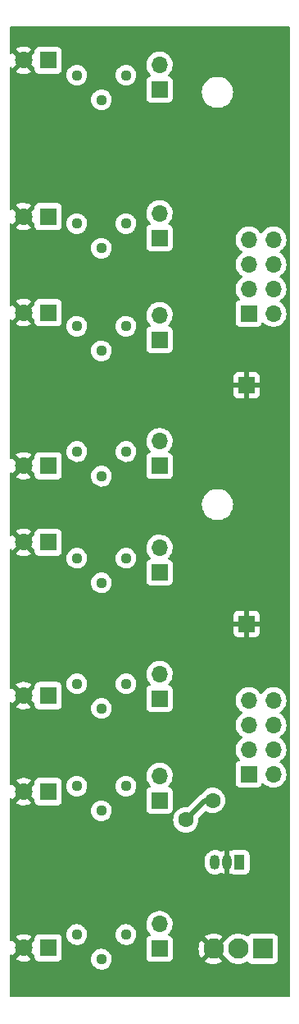
<source format=gbl>
%TF.GenerationSoftware,KiCad,Pcbnew,(6.0.0-rc1-415-g653c7b78d7)*%
%TF.CreationDate,2021-12-14T13:19:45-08:00*%
%TF.ProjectId,Detector,44657465-6374-46f7-922e-6b696361645f,rev?*%
%TF.SameCoordinates,Original*%
%TF.FileFunction,Copper,L2,Bot*%
%TF.FilePolarity,Positive*%
%FSLAX46Y46*%
G04 Gerber Fmt 4.6, Leading zero omitted, Abs format (unit mm)*
G04 Created by KiCad (PCBNEW (6.0.0-rc1-415-g653c7b78d7)) date 2021-12-14 13:19:45*
%MOMM*%
%LPD*%
G01*
G04 APERTURE LIST*
%TA.AperFunction,ComponentPad*%
%ADD10R,1.800000X1.800000*%
%TD*%
%TA.AperFunction,ComponentPad*%
%ADD11C,1.800000*%
%TD*%
%TA.AperFunction,ComponentPad*%
%ADD12R,2.100000X2.100000*%
%TD*%
%TA.AperFunction,ComponentPad*%
%ADD13C,2.100000*%
%TD*%
%TA.AperFunction,ComponentPad*%
%ADD14R,1.700000X1.700000*%
%TD*%
%TA.AperFunction,ComponentPad*%
%ADD15O,1.700000X1.700000*%
%TD*%
%TA.AperFunction,ComponentPad*%
%ADD16C,1.120000*%
%TD*%
%TA.AperFunction,ComponentPad*%
%ADD17R,1.050000X1.500000*%
%TD*%
%TA.AperFunction,ComponentPad*%
%ADD18O,1.050000X1.500000*%
%TD*%
%TA.AperFunction,ViaPad*%
%ADD19C,0.800000*%
%TD*%
%TA.AperFunction,ViaPad*%
%ADD20C,1.600000*%
%TD*%
%TA.AperFunction,Conductor*%
%ADD21C,0.500000*%
%TD*%
G04 APERTURE END LIST*
D10*
%TO.P,Q8,1,C*%
%TO.N,Net-(Q8-Pad1)*%
X115225000Y-142760000D03*
D11*
%TO.P,Q8,2,E*%
%TO.N,GND*%
X112685000Y-142760000D03*
%TD*%
D10*
%TO.P,Q6,1,C*%
%TO.N,Net-(Q6-Pad1)*%
X115225000Y-116760000D03*
D11*
%TO.P,Q6,2,E*%
%TO.N,GND*%
X112685000Y-116760000D03*
%TD*%
D10*
%TO.P,Q1,1,C*%
%TO.N,Net-(Q1-Pad1)*%
X115225000Y-51260000D03*
D11*
%TO.P,Q1,2,E*%
%TO.N,GND*%
X112685000Y-51260000D03*
%TD*%
D10*
%TO.P,Q4,1,C*%
%TO.N,Net-(Q4-Pad1)*%
X115225000Y-93060000D03*
D11*
%TO.P,Q4,2,E*%
%TO.N,GND*%
X112685000Y-93060000D03*
%TD*%
D10*
%TO.P,Q3,1,C*%
%TO.N,Net-(Q3-Pad1)*%
X115225000Y-77260000D03*
D11*
%TO.P,Q3,2,E*%
%TO.N,GND*%
X112685000Y-77260000D03*
%TD*%
D10*
%TO.P,Q7,1,C*%
%TO.N,Net-(Q7-Pad1)*%
X115225000Y-126660000D03*
D11*
%TO.P,Q7,2,E*%
%TO.N,GND*%
X112685000Y-126660000D03*
%TD*%
D10*
%TO.P,Q5,1,C*%
%TO.N,Net-(Q5-Pad1)*%
X115225000Y-100960000D03*
D11*
%TO.P,Q5,2,E*%
%TO.N,GND*%
X112685000Y-100960000D03*
%TD*%
D10*
%TO.P,Q2,1,C*%
%TO.N,Net-(Q2-Pad1)*%
X115225000Y-67360000D03*
D11*
%TO.P,Q2,2,E*%
%TO.N,GND*%
X112685000Y-67360000D03*
%TD*%
D12*
%TO.P,J3,1,Pin_1*%
%TO.N,/Group-A/Group-A-Output*%
X137405000Y-142860000D03*
D13*
%TO.P,J3,2,Pin_2*%
%TO.N,+5V*%
X134865000Y-142860000D03*
%TO.P,J3,3,Pin_3*%
%TO.N,GND*%
X132325000Y-142860000D03*
%TD*%
D14*
%TO.P,J1,1,Pin_1*%
%TO.N,Net-(J1-Pad1)*%
X135950000Y-77360000D03*
D15*
%TO.P,J1,2,Pin_2*%
%TO.N,/Group-A/Group-A-Output*%
X138490000Y-77360000D03*
%TO.P,J1,3,Pin_3*%
%TO.N,Net-(J1-Pad3)*%
X135950000Y-74820000D03*
%TO.P,J1,4,Pin_4*%
%TO.N,/Group-A/Group-A-Output*%
X138490000Y-74820000D03*
%TO.P,J1,5,Pin_5*%
%TO.N,Net-(J1-Pad5)*%
X135950000Y-72280000D03*
%TO.P,J1,6,Pin_6*%
%TO.N,/Group-A/Group-A-Output*%
X138490000Y-72280000D03*
%TO.P,J1,7,Pin_7*%
%TO.N,Net-(J1-Pad7)*%
X135950000Y-69740000D03*
%TO.P,J1,8,Pin_8*%
%TO.N,/Group-A/Group-A-Output*%
X138490000Y-69740000D03*
%TD*%
D14*
%TO.P,TP5,1,1*%
%TO.N,Net-(C5-Pad1)*%
X126725000Y-104060000D03*
D15*
%TO.P,TP5,2,2*%
%TO.N,Net-(Q5-Pad1)*%
X126725000Y-101520000D03*
%TD*%
D14*
%TO.P,TP2,1,1*%
%TO.N,Net-(C2-Pad1)*%
X126725000Y-69560000D03*
D15*
%TO.P,TP2,2,2*%
%TO.N,Net-(Q2-Pad1)*%
X126725000Y-67020000D03*
%TD*%
D14*
%TO.P,TP3,1,1*%
%TO.N,Net-(C3-Pad1)*%
X126725000Y-80060000D03*
D15*
%TO.P,TP3,2,2*%
%TO.N,Net-(Q3-Pad1)*%
X126725000Y-77520000D03*
%TD*%
D14*
%TO.P,TP4,1,1*%
%TO.N,Net-(C4-Pad1)*%
X126725000Y-93060000D03*
D15*
%TO.P,TP4,2,2*%
%TO.N,Net-(Q4-Pad1)*%
X126725000Y-90520000D03*
%TD*%
D16*
%TO.P,RV1,1*%
%TO.N,+3V3*%
X118185000Y-52790000D03*
%TO.P,RV1,2*%
%TO.N,Net-(R1-Pad1)*%
X120725000Y-55330000D03*
%TO.P,RV1,3*%
%TO.N,N/C*%
X123265000Y-52790000D03*
%TD*%
D17*
%TO.P,U3,1,VO*%
%TO.N,+3V3*%
X134995000Y-133932500D03*
D18*
%TO.P,U3,2,GND*%
%TO.N,GND*%
X133725000Y-133932500D03*
%TO.P,U3,3,VI*%
%TO.N,+5V*%
X132455000Y-133932500D03*
%TD*%
D16*
%TO.P,RV7,1*%
%TO.N,+3V3*%
X118185000Y-126090000D03*
%TO.P,RV7,2*%
%TO.N,Net-(R13-Pad1)*%
X120725000Y-128630000D03*
%TO.P,RV7,3*%
%TO.N,N/C*%
X123265000Y-126090000D03*
%TD*%
D14*
%TO.P,TP9,1,1*%
%TO.N,GND*%
X135725000Y-109360000D03*
%TD*%
D16*
%TO.P,RV5,1*%
%TO.N,+3V3*%
X118185000Y-102590000D03*
%TO.P,RV5,2*%
%TO.N,Net-(R10-Pad1)*%
X120725000Y-105130000D03*
%TO.P,RV5,3*%
%TO.N,N/C*%
X123265000Y-102590000D03*
%TD*%
D14*
%TO.P,TP8,1,1*%
%TO.N,Net-(C8-Pad1)*%
X126725000Y-142860000D03*
D15*
%TO.P,TP8,2,2*%
%TO.N,Net-(Q8-Pad1)*%
X126725000Y-140320000D03*
%TD*%
D16*
%TO.P,RV3,1*%
%TO.N,+3V3*%
X118185000Y-78670000D03*
%TO.P,RV3,2*%
%TO.N,Net-(R5-Pad1)*%
X120725000Y-81210000D03*
%TO.P,RV3,3*%
%TO.N,N/C*%
X123265000Y-78670000D03*
%TD*%
%TO.P,RV8,1*%
%TO.N,+3V3*%
X118185000Y-141390000D03*
%TO.P,RV8,2*%
%TO.N,Net-(R15-Pad1)*%
X120725000Y-143930000D03*
%TO.P,RV8,3*%
%TO.N,N/C*%
X123265000Y-141390000D03*
%TD*%
D14*
%TO.P,TP6,1,1*%
%TO.N,Net-(C6-Pad1)*%
X126725000Y-117060000D03*
D15*
%TO.P,TP6,2,2*%
%TO.N,Net-(Q6-Pad1)*%
X126725000Y-114520000D03*
%TD*%
D16*
%TO.P,RV2,1*%
%TO.N,+3V3*%
X118185000Y-68090000D03*
%TO.P,RV2,2*%
%TO.N,Net-(R3-Pad1)*%
X120725000Y-70630000D03*
%TO.P,RV2,3*%
%TO.N,N/C*%
X123265000Y-68090000D03*
%TD*%
D14*
%TO.P,TP10,1,1*%
%TO.N,GND*%
X135725000Y-84760000D03*
%TD*%
D16*
%TO.P,RV6,1*%
%TO.N,+3V3*%
X118185000Y-115540000D03*
%TO.P,RV6,2*%
%TO.N,Net-(R11-Pad1)*%
X120725000Y-118080000D03*
%TO.P,RV6,3*%
%TO.N,N/C*%
X123265000Y-115540000D03*
%TD*%
D14*
%TO.P,TP7,1,1*%
%TO.N,Net-(C7-Pad1)*%
X126725000Y-127560000D03*
D15*
%TO.P,TP7,2,2*%
%TO.N,Net-(Q7-Pad1)*%
X126725000Y-125020000D03*
%TD*%
D16*
%TO.P,RV4,1*%
%TO.N,+3V3*%
X118185000Y-91590000D03*
%TO.P,RV4,2*%
%TO.N,Net-(R7-Pad1)*%
X120725000Y-94130000D03*
%TO.P,RV4,3*%
%TO.N,N/C*%
X123265000Y-91590000D03*
%TD*%
D14*
%TO.P,J2,1,Pin_1*%
%TO.N,Net-(J2-Pad1)*%
X135950000Y-124860000D03*
D15*
%TO.P,J2,2,Pin_2*%
%TO.N,/Group-A/Group-A-Output*%
X138490000Y-124860000D03*
%TO.P,J2,3,Pin_3*%
%TO.N,Net-(J2-Pad3)*%
X135950000Y-122320000D03*
%TO.P,J2,4,Pin_4*%
%TO.N,/Group-A/Group-A-Output*%
X138490000Y-122320000D03*
%TO.P,J2,5,Pin_5*%
%TO.N,Net-(J2-Pad5)*%
X135950000Y-119780000D03*
%TO.P,J2,6,Pin_6*%
%TO.N,/Group-A/Group-A-Output*%
X138490000Y-119780000D03*
%TO.P,J2,7,Pin_7*%
%TO.N,Net-(J2-Pad7)*%
X135950000Y-117240000D03*
%TO.P,J2,8,Pin_8*%
%TO.N,/Group-A/Group-A-Output*%
X138490000Y-117240000D03*
%TD*%
D14*
%TO.P,TP1,1,1*%
%TO.N,Net-(C1-Pad1)*%
X126725000Y-54260000D03*
D15*
%TO.P,TP1,2,2*%
%TO.N,Net-(Q1-Pad1)*%
X126725000Y-51720000D03*
%TD*%
D19*
%TO.N,GND*%
X129687500Y-74597500D03*
X125225000Y-72060000D03*
X125725000Y-58260000D03*
X130687500Y-74597500D03*
X129687500Y-122097500D03*
X130687500Y-122097500D03*
X125725000Y-108060000D03*
X125225000Y-119560000D03*
X125725000Y-84060000D03*
X125725000Y-97060000D03*
X125225000Y-146860000D03*
X125725000Y-131560000D03*
D20*
%TO.N,+3V3*%
X129450500Y-129560000D03*
X132225000Y-127560000D03*
%TD*%
D21*
%TO.N,+3V3*%
X131450500Y-127560000D02*
X132225000Y-127560000D01*
X129450500Y-129560000D02*
X131450500Y-127560000D01*
%TD*%
%TA.AperFunction,Conductor*%
%TO.N,GND*%
G36*
X140159121Y-47788002D02*
G01*
X140205614Y-47841658D01*
X140217000Y-47894000D01*
X140217000Y-147726000D01*
X140196998Y-147794121D01*
X140143342Y-147840614D01*
X140091000Y-147852000D01*
X111359000Y-147852000D01*
X111290879Y-147831998D01*
X111244386Y-147778342D01*
X111233000Y-147726000D01*
X111233000Y-143921406D01*
X111888423Y-143921406D01*
X111893704Y-143928461D01*
X112070080Y-144031527D01*
X112079363Y-144035974D01*
X112286003Y-144114883D01*
X112295901Y-144117759D01*
X112512653Y-144161857D01*
X112522883Y-144163076D01*
X112743914Y-144171182D01*
X112754223Y-144170714D01*
X112973623Y-144142608D01*
X112983688Y-144140468D01*
X113195557Y-144076905D01*
X113205152Y-144073144D01*
X113403778Y-143975838D01*
X113412636Y-143970559D01*
X113470097Y-143929572D01*
X113478497Y-143918874D01*
X113471510Y-143905721D01*
X112697811Y-143132021D01*
X112683868Y-143124408D01*
X112682034Y-143124539D01*
X112675420Y-143128790D01*
X111895180Y-143909031D01*
X111888423Y-143921406D01*
X111233000Y-143921406D01*
X111233000Y-143532202D01*
X111253002Y-143464081D01*
X111306658Y-143417588D01*
X111376932Y-143407484D01*
X111441512Y-143436978D01*
X111466433Y-143466368D01*
X111515097Y-143545781D01*
X111525553Y-143555242D01*
X111534331Y-143551458D01*
X112312979Y-142772811D01*
X112319356Y-142761132D01*
X113049408Y-142761132D01*
X113049539Y-142762966D01*
X113053790Y-142769580D01*
X113779595Y-143495384D01*
X113813620Y-143557697D01*
X113816500Y-143584480D01*
X113816500Y-143708134D01*
X113823255Y-143770316D01*
X113874385Y-143906705D01*
X113961739Y-144023261D01*
X114078295Y-144110615D01*
X114214684Y-144161745D01*
X114276866Y-144168500D01*
X116173134Y-144168500D01*
X116235316Y-144161745D01*
X116371705Y-144110615D01*
X116488261Y-144023261D01*
X116569391Y-143915009D01*
X119651435Y-143915009D01*
X119651951Y-143921153D01*
X119668219Y-144114883D01*
X119668969Y-144123818D01*
X119726727Y-144325244D01*
X119822509Y-144511616D01*
X119826334Y-144516442D01*
X119826336Y-144516445D01*
X119948837Y-144671004D01*
X119948841Y-144671009D01*
X119952666Y-144675834D01*
X120112242Y-144811643D01*
X120295157Y-144913871D01*
X120494445Y-144978624D01*
X120702515Y-145003435D01*
X120708650Y-145002963D01*
X120708652Y-145002963D01*
X120905299Y-144987832D01*
X120905303Y-144987831D01*
X120911441Y-144987359D01*
X121006363Y-144960856D01*
X121107321Y-144932668D01*
X121107325Y-144932667D01*
X121113265Y-144931008D01*
X121118769Y-144928228D01*
X121118771Y-144928227D01*
X121294800Y-144839309D01*
X121294802Y-144839308D01*
X121300301Y-144836530D01*
X121465424Y-144707522D01*
X121602344Y-144548898D01*
X121705846Y-144366701D01*
X121771989Y-144167870D01*
X121772906Y-144160615D01*
X121783480Y-144076905D01*
X121798251Y-143959979D01*
X121798670Y-143930000D01*
X121778222Y-143721456D01*
X121717657Y-143520856D01*
X121619283Y-143335840D01*
X121528401Y-143224408D01*
X121490740Y-143178230D01*
X121490737Y-143178227D01*
X121486845Y-143173455D01*
X121436760Y-143132021D01*
X121330139Y-143043816D01*
X121330135Y-143043814D01*
X121325389Y-143039887D01*
X121141064Y-142940223D01*
X120940891Y-142878259D01*
X120934766Y-142877615D01*
X120934765Y-142877615D01*
X120738624Y-142857000D01*
X120738623Y-142857000D01*
X120732496Y-142856356D01*
X120659877Y-142862965D01*
X120529953Y-142874789D01*
X120529950Y-142874790D01*
X120523814Y-142875348D01*
X120517908Y-142877086D01*
X120517904Y-142877087D01*
X120370946Y-142920340D01*
X120322796Y-142934511D01*
X120317339Y-142937364D01*
X120317336Y-142937365D01*
X120306265Y-142943153D01*
X120137098Y-143031591D01*
X119973792Y-143162892D01*
X119839100Y-143323412D01*
X119836136Y-143328804D01*
X119836133Y-143328808D01*
X119825852Y-143347510D01*
X119738152Y-143507036D01*
X119736291Y-143512903D01*
X119736290Y-143512905D01*
X119716996Y-143573728D01*
X119674792Y-143706771D01*
X119651435Y-143915009D01*
X116569391Y-143915009D01*
X116575615Y-143906705D01*
X116626745Y-143770316D01*
X116633500Y-143708134D01*
X116633500Y-141811866D01*
X116626745Y-141749684D01*
X116575615Y-141613295D01*
X116488261Y-141496739D01*
X116371705Y-141409385D01*
X116280007Y-141375009D01*
X117111435Y-141375009D01*
X117114017Y-141405756D01*
X117127952Y-141571703D01*
X117128969Y-141583818D01*
X117141601Y-141627870D01*
X117179008Y-141758323D01*
X117186727Y-141785244D01*
X117189543Y-141790723D01*
X117264894Y-141937340D01*
X117282509Y-141971616D01*
X117286334Y-141976442D01*
X117286336Y-141976445D01*
X117408837Y-142131004D01*
X117408841Y-142131009D01*
X117412666Y-142135834D01*
X117572242Y-142271643D01*
X117755157Y-142373871D01*
X117954445Y-142438624D01*
X118162515Y-142463435D01*
X118168650Y-142462963D01*
X118168652Y-142462963D01*
X118365299Y-142447832D01*
X118365303Y-142447831D01*
X118371441Y-142447359D01*
X118466363Y-142420856D01*
X118567321Y-142392668D01*
X118567325Y-142392667D01*
X118573265Y-142391008D01*
X118578769Y-142388228D01*
X118578771Y-142388227D01*
X118754800Y-142299309D01*
X118754802Y-142299308D01*
X118760301Y-142296530D01*
X118925424Y-142167522D01*
X119062344Y-142008898D01*
X119082696Y-141973073D01*
X119162799Y-141832064D01*
X119165846Y-141826701D01*
X119231989Y-141627870D01*
X119258251Y-141419979D01*
X119258450Y-141405756D01*
X119258621Y-141393522D01*
X119258621Y-141393518D01*
X119258670Y-141390000D01*
X119257200Y-141375009D01*
X122191435Y-141375009D01*
X122194017Y-141405756D01*
X122207952Y-141571703D01*
X122208969Y-141583818D01*
X122221601Y-141627870D01*
X122259008Y-141758323D01*
X122266727Y-141785244D01*
X122269543Y-141790723D01*
X122344894Y-141937340D01*
X122362509Y-141971616D01*
X122366334Y-141976442D01*
X122366336Y-141976445D01*
X122488837Y-142131004D01*
X122488841Y-142131009D01*
X122492666Y-142135834D01*
X122652242Y-142271643D01*
X122835157Y-142373871D01*
X123034445Y-142438624D01*
X123242515Y-142463435D01*
X123248650Y-142462963D01*
X123248652Y-142462963D01*
X123445299Y-142447832D01*
X123445303Y-142447831D01*
X123451441Y-142447359D01*
X123546363Y-142420856D01*
X123647321Y-142392668D01*
X123647325Y-142392667D01*
X123653265Y-142391008D01*
X123658769Y-142388228D01*
X123658771Y-142388227D01*
X123834800Y-142299309D01*
X123834802Y-142299308D01*
X123840301Y-142296530D01*
X124005424Y-142167522D01*
X124142344Y-142008898D01*
X124162696Y-141973073D01*
X124242799Y-141832064D01*
X124245846Y-141826701D01*
X124311989Y-141627870D01*
X124338251Y-141419979D01*
X124338450Y-141405756D01*
X124338621Y-141393522D01*
X124338621Y-141393518D01*
X124338670Y-141390000D01*
X124318222Y-141181456D01*
X124257657Y-140980856D01*
X124159283Y-140795840D01*
X124084812Y-140704530D01*
X124030740Y-140638230D01*
X124030737Y-140638227D01*
X124026845Y-140633455D01*
X123996159Y-140608069D01*
X123870139Y-140503816D01*
X123870135Y-140503814D01*
X123865389Y-140499887D01*
X123681064Y-140400223D01*
X123480891Y-140338259D01*
X123474766Y-140337615D01*
X123474765Y-140337615D01*
X123278624Y-140317000D01*
X123278623Y-140317000D01*
X123272496Y-140316356D01*
X123195482Y-140323365D01*
X123069953Y-140334789D01*
X123069950Y-140334790D01*
X123063814Y-140335348D01*
X123057908Y-140337086D01*
X123057904Y-140337087D01*
X122910946Y-140380340D01*
X122862796Y-140394511D01*
X122857339Y-140397364D01*
X122857336Y-140397365D01*
X122846265Y-140403153D01*
X122677098Y-140491591D01*
X122513792Y-140622892D01*
X122379100Y-140783412D01*
X122376136Y-140788804D01*
X122376133Y-140788808D01*
X122369276Y-140801281D01*
X122278152Y-140967036D01*
X122276291Y-140972903D01*
X122276290Y-140972905D01*
X122246472Y-141066903D01*
X122214792Y-141166771D01*
X122191435Y-141375009D01*
X119257200Y-141375009D01*
X119238222Y-141181456D01*
X119177657Y-140980856D01*
X119079283Y-140795840D01*
X119004812Y-140704530D01*
X118950740Y-140638230D01*
X118950737Y-140638227D01*
X118946845Y-140633455D01*
X118916159Y-140608069D01*
X118790139Y-140503816D01*
X118790135Y-140503814D01*
X118785389Y-140499887D01*
X118601064Y-140400223D01*
X118400891Y-140338259D01*
X118394766Y-140337615D01*
X118394765Y-140337615D01*
X118198624Y-140317000D01*
X118198623Y-140317000D01*
X118192496Y-140316356D01*
X118115482Y-140323365D01*
X117989953Y-140334789D01*
X117989950Y-140334790D01*
X117983814Y-140335348D01*
X117977908Y-140337086D01*
X117977904Y-140337087D01*
X117830946Y-140380340D01*
X117782796Y-140394511D01*
X117777339Y-140397364D01*
X117777336Y-140397365D01*
X117766265Y-140403153D01*
X117597098Y-140491591D01*
X117433792Y-140622892D01*
X117299100Y-140783412D01*
X117296136Y-140788804D01*
X117296133Y-140788808D01*
X117289276Y-140801281D01*
X117198152Y-140967036D01*
X117196291Y-140972903D01*
X117196290Y-140972905D01*
X117166472Y-141066903D01*
X117134792Y-141166771D01*
X117111435Y-141375009D01*
X116280007Y-141375009D01*
X116235316Y-141358255D01*
X116173134Y-141351500D01*
X114276866Y-141351500D01*
X114214684Y-141358255D01*
X114078295Y-141409385D01*
X113961739Y-141496739D01*
X113874385Y-141613295D01*
X113823255Y-141749684D01*
X113816500Y-141811866D01*
X113816500Y-141935520D01*
X113796498Y-142003641D01*
X113779595Y-142024616D01*
X113057021Y-142747189D01*
X113049408Y-142761132D01*
X112319356Y-142761132D01*
X112320592Y-142758868D01*
X112320461Y-142757034D01*
X112316210Y-142750420D01*
X111538862Y-141973073D01*
X111527330Y-141966776D01*
X111515048Y-141976399D01*
X111463088Y-142052569D01*
X111408176Y-142097571D01*
X111337652Y-142105742D01*
X111273905Y-142074488D01*
X111237175Y-142013730D01*
X111233000Y-141981564D01*
X111233000Y-141600711D01*
X111890508Y-141600711D01*
X111897251Y-141613040D01*
X112672189Y-142387979D01*
X112686132Y-142395592D01*
X112687966Y-142395461D01*
X112694580Y-142391210D01*
X113473994Y-141611795D01*
X113481011Y-141598944D01*
X113473237Y-141588274D01*
X113470902Y-141586430D01*
X113462320Y-141580729D01*
X113268678Y-141473833D01*
X113259272Y-141469606D01*
X113050772Y-141395772D01*
X113040809Y-141393140D01*
X112823047Y-141354350D01*
X112812796Y-141353381D01*
X112591616Y-141350679D01*
X112581332Y-141351399D01*
X112362693Y-141384855D01*
X112352666Y-141387244D01*
X112142426Y-141455961D01*
X112132916Y-141459958D01*
X111936725Y-141562089D01*
X111928007Y-141567578D01*
X111898961Y-141589386D01*
X111890508Y-141600711D01*
X111233000Y-141600711D01*
X111233000Y-140286695D01*
X125362251Y-140286695D01*
X125362548Y-140291848D01*
X125362548Y-140291851D01*
X125368632Y-140397365D01*
X125375110Y-140509715D01*
X125376247Y-140514761D01*
X125376248Y-140514767D01*
X125396119Y-140602939D01*
X125424222Y-140727639D01*
X125508266Y-140934616D01*
X125624987Y-141125088D01*
X125771250Y-141293938D01*
X125775230Y-141297242D01*
X125779981Y-141301187D01*
X125819616Y-141360090D01*
X125821113Y-141431071D01*
X125783997Y-141491593D01*
X125743724Y-141516112D01*
X125628295Y-141559385D01*
X125511739Y-141646739D01*
X125424385Y-141763295D01*
X125373255Y-141899684D01*
X125366500Y-141961866D01*
X125366500Y-143758134D01*
X125373255Y-143820316D01*
X125424385Y-143956705D01*
X125511739Y-144073261D01*
X125628295Y-144160615D01*
X125764684Y-144211745D01*
X125826866Y-144218500D01*
X127623134Y-144218500D01*
X127685316Y-144211745D01*
X127821705Y-144160615D01*
X127863849Y-144129030D01*
X131420800Y-144129030D01*
X131426527Y-144136680D01*
X131611272Y-144249893D01*
X131620067Y-144254375D01*
X131837490Y-144344434D01*
X131846875Y-144347483D01*
X132075708Y-144402422D01*
X132085455Y-144403965D01*
X132320070Y-144422430D01*
X132329930Y-144422430D01*
X132564545Y-144403965D01*
X132574292Y-144402422D01*
X132803125Y-144347483D01*
X132812510Y-144344434D01*
X133029933Y-144254375D01*
X133038728Y-144249893D01*
X133219805Y-144138928D01*
X133229267Y-144128470D01*
X133225484Y-144119694D01*
X132337812Y-143232022D01*
X132323868Y-143224408D01*
X132322035Y-143224539D01*
X132315420Y-143228790D01*
X131427560Y-144116650D01*
X131420800Y-144129030D01*
X127863849Y-144129030D01*
X127938261Y-144073261D01*
X128025615Y-143956705D01*
X128076745Y-143820316D01*
X128083500Y-143758134D01*
X128083500Y-142864930D01*
X130762570Y-142864930D01*
X130781035Y-143099545D01*
X130782578Y-143109292D01*
X130837517Y-143338125D01*
X130840566Y-143347510D01*
X130930625Y-143564933D01*
X130935107Y-143573728D01*
X131046072Y-143754805D01*
X131056530Y-143764267D01*
X131065306Y-143760484D01*
X131952978Y-142872812D01*
X131959356Y-142861132D01*
X132689408Y-142861132D01*
X132689539Y-142862965D01*
X132693790Y-142869580D01*
X133587395Y-143763185D01*
X133598810Y-143776549D01*
X133600248Y-143778896D01*
X133603463Y-143782660D01*
X133752113Y-143956705D01*
X133759567Y-143965433D01*
X133763323Y-143968641D01*
X133940182Y-144119694D01*
X133946104Y-144124752D01*
X133950327Y-144127340D01*
X133950330Y-144127342D01*
X134009771Y-144163767D01*
X134155268Y-144252927D01*
X134299967Y-144312864D01*
X134377335Y-144344911D01*
X134377337Y-144344912D01*
X134381908Y-144346805D01*
X134452560Y-144363767D01*
X134615630Y-144402917D01*
X134615636Y-144402918D01*
X134620443Y-144404072D01*
X134865000Y-144423319D01*
X135109557Y-144404072D01*
X135114364Y-144402918D01*
X135114370Y-144402917D01*
X135277440Y-144363767D01*
X135348092Y-144346805D01*
X135352663Y-144344912D01*
X135352665Y-144344911D01*
X135430033Y-144312864D01*
X135574732Y-144252927D01*
X135720229Y-144163767D01*
X135752212Y-144144168D01*
X135820745Y-144125630D01*
X135888422Y-144147087D01*
X135918872Y-144176035D01*
X135991739Y-144273261D01*
X136108295Y-144360615D01*
X136244684Y-144411745D01*
X136306866Y-144418500D01*
X138503134Y-144418500D01*
X138565316Y-144411745D01*
X138701705Y-144360615D01*
X138818261Y-144273261D01*
X138905615Y-144156705D01*
X138956745Y-144020316D01*
X138963500Y-143958134D01*
X138963500Y-141761866D01*
X138956745Y-141699684D01*
X138905615Y-141563295D01*
X138818261Y-141446739D01*
X138701705Y-141359385D01*
X138565316Y-141308255D01*
X138503134Y-141301500D01*
X136306866Y-141301500D01*
X136244684Y-141308255D01*
X136108295Y-141359385D01*
X135991739Y-141446739D01*
X135958645Y-141490896D01*
X135918872Y-141543965D01*
X135862012Y-141586479D01*
X135791194Y-141591504D01*
X135752212Y-141575832D01*
X135700209Y-141543965D01*
X135574732Y-141467073D01*
X135426701Y-141405756D01*
X135352665Y-141375089D01*
X135352663Y-141375088D01*
X135348092Y-141373195D01*
X135254306Y-141350679D01*
X135114370Y-141317083D01*
X135114364Y-141317082D01*
X135109557Y-141315928D01*
X134865000Y-141296681D01*
X134620443Y-141315928D01*
X134615636Y-141317082D01*
X134615630Y-141317083D01*
X134475694Y-141350679D01*
X134381908Y-141373195D01*
X134377337Y-141375088D01*
X134377335Y-141375089D01*
X134303299Y-141405756D01*
X134155268Y-141467073D01*
X134029791Y-141543965D01*
X133950330Y-141592658D01*
X133950327Y-141592660D01*
X133946104Y-141595248D01*
X133942340Y-141598463D01*
X133942337Y-141598465D01*
X133863911Y-141665448D01*
X133759567Y-141754567D01*
X133756359Y-141758323D01*
X133750415Y-141765283D01*
X133600248Y-141941104D01*
X133598810Y-141943451D01*
X133587395Y-141956815D01*
X132697022Y-142847188D01*
X132689408Y-142861132D01*
X131959356Y-142861132D01*
X131960592Y-142858868D01*
X131960461Y-142857035D01*
X131956210Y-142850420D01*
X131068350Y-141962560D01*
X131055970Y-141955800D01*
X131048320Y-141961527D01*
X130935107Y-142146272D01*
X130930625Y-142155067D01*
X130840566Y-142372490D01*
X130837517Y-142381875D01*
X130782578Y-142610708D01*
X130781035Y-142620455D01*
X130762570Y-142855070D01*
X130762570Y-142864930D01*
X128083500Y-142864930D01*
X128083500Y-141961866D01*
X128076745Y-141899684D01*
X128025615Y-141763295D01*
X127938261Y-141646739D01*
X127864596Y-141591530D01*
X131420733Y-141591530D01*
X131424516Y-141600306D01*
X132312188Y-142487978D01*
X132326132Y-142495592D01*
X132327965Y-142495461D01*
X132334580Y-142491210D01*
X133222440Y-141603350D01*
X133229200Y-141590970D01*
X133223473Y-141583320D01*
X133038728Y-141470107D01*
X133029933Y-141465625D01*
X132812510Y-141375566D01*
X132803125Y-141372517D01*
X132574292Y-141317578D01*
X132564545Y-141316035D01*
X132329930Y-141297570D01*
X132320070Y-141297570D01*
X132085455Y-141316035D01*
X132075708Y-141317578D01*
X131846875Y-141372517D01*
X131837490Y-141375566D01*
X131620067Y-141465625D01*
X131611272Y-141470107D01*
X131430195Y-141581072D01*
X131420733Y-141591530D01*
X127864596Y-141591530D01*
X127821705Y-141559385D01*
X127809132Y-141554672D01*
X127703203Y-141514960D01*
X127646439Y-141472318D01*
X127621739Y-141405756D01*
X127636947Y-141336408D01*
X127658493Y-141307727D01*
X127658819Y-141307402D01*
X127763096Y-141203489D01*
X127789481Y-141166771D01*
X127890435Y-141026277D01*
X127893453Y-141022077D01*
X127992430Y-140821811D01*
X128051433Y-140627611D01*
X128055865Y-140613023D01*
X128055865Y-140613021D01*
X128057370Y-140608069D01*
X128086529Y-140386590D01*
X128086611Y-140383240D01*
X128088074Y-140323365D01*
X128088074Y-140323361D01*
X128088156Y-140320000D01*
X128069852Y-140097361D01*
X128015431Y-139880702D01*
X127926354Y-139675840D01*
X127805014Y-139488277D01*
X127654670Y-139323051D01*
X127650619Y-139319852D01*
X127650615Y-139319848D01*
X127483414Y-139187800D01*
X127483410Y-139187798D01*
X127479359Y-139184598D01*
X127283789Y-139076638D01*
X127278920Y-139074914D01*
X127278916Y-139074912D01*
X127078087Y-139003795D01*
X127078083Y-139003794D01*
X127073212Y-139002069D01*
X127068119Y-139001162D01*
X127068116Y-139001161D01*
X126858373Y-138963800D01*
X126858367Y-138963799D01*
X126853284Y-138962894D01*
X126779452Y-138961992D01*
X126635081Y-138960228D01*
X126635079Y-138960228D01*
X126629911Y-138960165D01*
X126409091Y-138993955D01*
X126196756Y-139063357D01*
X125998607Y-139166507D01*
X125994474Y-139169610D01*
X125994471Y-139169612D01*
X125970247Y-139187800D01*
X125819965Y-139300635D01*
X125665629Y-139462138D01*
X125539743Y-139646680D01*
X125445688Y-139849305D01*
X125385989Y-140064570D01*
X125362251Y-140286695D01*
X111233000Y-140286695D01*
X111233000Y-134208504D01*
X131421500Y-134208504D01*
X131436277Y-134359213D01*
X131494858Y-134553242D01*
X131590010Y-134732198D01*
X131718110Y-134889263D01*
X131722857Y-134893190D01*
X131722859Y-134893192D01*
X131869528Y-135014527D01*
X131869531Y-135014529D01*
X131874278Y-135018456D01*
X132052565Y-135114856D01*
X132149372Y-135144823D01*
X132240293Y-135172968D01*
X132240296Y-135172969D01*
X132246180Y-135174790D01*
X132252305Y-135175434D01*
X132252306Y-135175434D01*
X132441622Y-135195332D01*
X132441623Y-135195332D01*
X132447750Y-135195976D01*
X132531014Y-135188398D01*
X132643457Y-135178165D01*
X132643460Y-135178164D01*
X132649596Y-135177606D01*
X132655502Y-135175868D01*
X132655506Y-135175867D01*
X132838120Y-135122120D01*
X132838119Y-135122120D01*
X132844029Y-135120381D01*
X132849486Y-135117528D01*
X132849489Y-135117527D01*
X133018181Y-135029338D01*
X133018185Y-135029335D01*
X133023645Y-135026481D01*
X133023897Y-135026279D01*
X133089912Y-135006299D01*
X133150885Y-135021459D01*
X133317342Y-135111462D01*
X133328647Y-135116214D01*
X133453692Y-135154922D01*
X133467795Y-135155128D01*
X133471000Y-135148373D01*
X133471000Y-134730634D01*
X133961500Y-134730634D01*
X133968255Y-134792816D01*
X133971029Y-134800215D01*
X133972856Y-134807900D01*
X133972416Y-134808005D01*
X133979000Y-134844320D01*
X133979000Y-135141486D01*
X133982973Y-135155017D01*
X133990768Y-135156137D01*
X134107933Y-135121654D01*
X134108440Y-135121449D01*
X134108724Y-135121421D01*
X134113841Y-135119915D01*
X134114127Y-135120888D01*
X134179094Y-135114475D01*
X134216131Y-135127746D01*
X134223295Y-135133115D01*
X134359684Y-135184245D01*
X134421866Y-135191000D01*
X135568134Y-135191000D01*
X135630316Y-135184245D01*
X135766705Y-135133115D01*
X135883261Y-135045761D01*
X135970615Y-134929205D01*
X136021745Y-134792816D01*
X136028500Y-134730634D01*
X136028500Y-133134366D01*
X136021745Y-133072184D01*
X135970615Y-132935795D01*
X135883261Y-132819239D01*
X135766705Y-132731885D01*
X135630316Y-132680755D01*
X135568134Y-132674000D01*
X134421866Y-132674000D01*
X134359684Y-132680755D01*
X134343466Y-132686835D01*
X134231699Y-132728734D01*
X134231696Y-132728736D01*
X134223295Y-132731885D01*
X134216112Y-132737268D01*
X134215247Y-132737742D01*
X134145890Y-132752911D01*
X134117478Y-132747587D01*
X133996307Y-132710078D01*
X133982205Y-132709872D01*
X133979000Y-132716627D01*
X133979000Y-133020680D01*
X133972416Y-133056995D01*
X133972856Y-133057100D01*
X133971029Y-133064784D01*
X133968255Y-133072184D01*
X133961500Y-133134366D01*
X133961500Y-134730634D01*
X133471000Y-134730634D01*
X133471000Y-134378742D01*
X133471785Y-134364697D01*
X133488107Y-134219183D01*
X133488500Y-134215683D01*
X133488500Y-133656496D01*
X133473723Y-133505787D01*
X133473032Y-133503498D01*
X133471000Y-133482776D01*
X133471000Y-132723514D01*
X133467027Y-132709983D01*
X133459232Y-132708863D01*
X133342068Y-132743346D01*
X133330700Y-132747939D01*
X133162093Y-132836084D01*
X133159017Y-132838097D01*
X133157178Y-132838654D01*
X133156630Y-132838940D01*
X133156576Y-132838836D01*
X133091064Y-132858661D01*
X133030094Y-132843501D01*
X132998502Y-132826419D01*
X132857435Y-132750144D01*
X132724078Y-132708863D01*
X132669707Y-132692032D01*
X132669704Y-132692031D01*
X132663820Y-132690210D01*
X132657695Y-132689566D01*
X132657694Y-132689566D01*
X132468378Y-132669668D01*
X132468377Y-132669668D01*
X132462250Y-132669024D01*
X132378986Y-132676602D01*
X132266543Y-132686835D01*
X132266540Y-132686836D01*
X132260404Y-132687394D01*
X132254498Y-132689132D01*
X132254494Y-132689133D01*
X132161079Y-132716627D01*
X132065971Y-132744619D01*
X132060514Y-132747472D01*
X132060511Y-132747473D01*
X131976163Y-132791569D01*
X131886355Y-132838519D01*
X131728399Y-132965519D01*
X131598119Y-133120781D01*
X131595155Y-133126173D01*
X131595152Y-133126177D01*
X131588772Y-133137783D01*
X131500477Y-133298391D01*
X131439193Y-133491584D01*
X131438507Y-133497701D01*
X131438506Y-133497705D01*
X131436912Y-133511918D01*
X131421500Y-133649317D01*
X131421500Y-134208504D01*
X111233000Y-134208504D01*
X111233000Y-128615009D01*
X119651435Y-128615009D01*
X119651951Y-128621153D01*
X119665176Y-128778642D01*
X119668969Y-128823818D01*
X119726727Y-129025244D01*
X119822509Y-129211616D01*
X119826334Y-129216442D01*
X119826336Y-129216445D01*
X119948837Y-129371004D01*
X119948841Y-129371009D01*
X119952666Y-129375834D01*
X120112242Y-129511643D01*
X120295157Y-129613871D01*
X120494445Y-129678624D01*
X120702515Y-129703435D01*
X120708650Y-129702963D01*
X120708652Y-129702963D01*
X120905299Y-129687832D01*
X120905303Y-129687831D01*
X120911441Y-129687359D01*
X121006363Y-129660856D01*
X121107321Y-129632668D01*
X121107325Y-129632667D01*
X121113265Y-129631008D01*
X121118769Y-129628228D01*
X121118771Y-129628227D01*
X121253838Y-129560000D01*
X128137002Y-129560000D01*
X128156957Y-129788087D01*
X128216216Y-130009243D01*
X128218539Y-130014224D01*
X128218539Y-130014225D01*
X128310651Y-130211762D01*
X128310654Y-130211767D01*
X128312977Y-130216749D01*
X128444302Y-130404300D01*
X128606200Y-130566198D01*
X128610708Y-130569355D01*
X128610711Y-130569357D01*
X128688889Y-130624098D01*
X128793751Y-130697523D01*
X128798733Y-130699846D01*
X128798738Y-130699849D01*
X128996275Y-130791961D01*
X129001257Y-130794284D01*
X129006565Y-130795706D01*
X129006567Y-130795707D01*
X129217098Y-130852119D01*
X129217100Y-130852119D01*
X129222413Y-130853543D01*
X129450500Y-130873498D01*
X129678587Y-130853543D01*
X129683900Y-130852119D01*
X129683902Y-130852119D01*
X129894433Y-130795707D01*
X129894435Y-130795706D01*
X129899743Y-130794284D01*
X129904725Y-130791961D01*
X130102262Y-130699849D01*
X130102267Y-130699846D01*
X130107249Y-130697523D01*
X130212111Y-130624098D01*
X130290289Y-130569357D01*
X130290292Y-130569355D01*
X130294800Y-130566198D01*
X130456698Y-130404300D01*
X130588023Y-130216749D01*
X130590346Y-130211767D01*
X130590349Y-130211762D01*
X130682461Y-130014225D01*
X130682461Y-130014224D01*
X130684784Y-130009243D01*
X130744043Y-129788087D01*
X130763998Y-129560000D01*
X130749745Y-129397087D01*
X130763734Y-129327482D01*
X130786171Y-129297010D01*
X131386096Y-128697085D01*
X131448408Y-128663059D01*
X131519223Y-128668124D01*
X131547460Y-128682965D01*
X131568251Y-128697523D01*
X131573233Y-128699846D01*
X131573238Y-128699849D01*
X131742212Y-128778642D01*
X131775757Y-128794284D01*
X131781065Y-128795706D01*
X131781067Y-128795707D01*
X131991598Y-128852119D01*
X131991600Y-128852119D01*
X131996913Y-128853543D01*
X132225000Y-128873498D01*
X132453087Y-128853543D01*
X132458400Y-128852119D01*
X132458402Y-128852119D01*
X132668933Y-128795707D01*
X132668935Y-128795706D01*
X132674243Y-128794284D01*
X132707788Y-128778642D01*
X132876762Y-128699849D01*
X132876767Y-128699846D01*
X132881749Y-128697523D01*
X133008338Y-128608884D01*
X133064789Y-128569357D01*
X133064792Y-128569355D01*
X133069300Y-128566198D01*
X133231198Y-128404300D01*
X133362523Y-128216749D01*
X133364846Y-128211767D01*
X133364849Y-128211762D01*
X133456961Y-128014225D01*
X133456961Y-128014224D01*
X133459284Y-128009243D01*
X133497235Y-127867611D01*
X133517119Y-127793402D01*
X133517119Y-127793400D01*
X133518543Y-127788087D01*
X133538498Y-127560000D01*
X133518543Y-127331913D01*
X133468647Y-127145701D01*
X133460707Y-127116067D01*
X133460706Y-127116065D01*
X133459284Y-127110757D01*
X133422372Y-127031598D01*
X133364849Y-126908238D01*
X133364846Y-126908233D01*
X133362523Y-126903251D01*
X133231198Y-126715700D01*
X133069300Y-126553802D01*
X133064792Y-126550645D01*
X133064789Y-126550643D01*
X132929780Y-126456109D01*
X132881749Y-126422477D01*
X132876767Y-126420154D01*
X132876762Y-126420151D01*
X132679225Y-126328039D01*
X132679224Y-126328039D01*
X132674243Y-126325716D01*
X132668935Y-126324294D01*
X132668933Y-126324293D01*
X132458402Y-126267881D01*
X132458400Y-126267881D01*
X132453087Y-126266457D01*
X132225000Y-126246502D01*
X131996913Y-126266457D01*
X131991600Y-126267881D01*
X131991598Y-126267881D01*
X131781067Y-126324293D01*
X131781065Y-126324294D01*
X131775757Y-126325716D01*
X131770776Y-126328039D01*
X131770775Y-126328039D01*
X131573238Y-126420151D01*
X131573233Y-126420154D01*
X131568251Y-126422477D01*
X131520220Y-126456109D01*
X131385211Y-126550643D01*
X131385208Y-126550645D01*
X131380700Y-126553802D01*
X131218802Y-126715700D01*
X131215645Y-126720209D01*
X131215643Y-126720211D01*
X131117229Y-126860760D01*
X131083106Y-126893857D01*
X131047492Y-126917207D01*
X131043812Y-126919529D01*
X130981393Y-126957405D01*
X130973016Y-126964803D01*
X130972992Y-126964776D01*
X130970000Y-126967429D01*
X130966767Y-126970132D01*
X130960648Y-126974144D01*
X130936809Y-126999309D01*
X130907372Y-127030383D01*
X130904994Y-127032825D01*
X129713490Y-128224329D01*
X129651178Y-128258355D01*
X129613413Y-128260755D01*
X129455975Y-128246981D01*
X129450500Y-128246502D01*
X129222413Y-128266457D01*
X129217100Y-128267881D01*
X129217098Y-128267881D01*
X129006567Y-128324293D01*
X129006565Y-128324294D01*
X129001257Y-128325716D01*
X128996276Y-128328039D01*
X128996275Y-128328039D01*
X128798738Y-128420151D01*
X128798733Y-128420154D01*
X128793751Y-128422477D01*
X128688889Y-128495902D01*
X128610711Y-128550643D01*
X128610708Y-128550645D01*
X128606200Y-128553802D01*
X128444302Y-128715700D01*
X128312977Y-128903251D01*
X128310654Y-128908233D01*
X128310651Y-128908238D01*
X128234259Y-129072064D01*
X128216216Y-129110757D01*
X128214794Y-129116065D01*
X128214793Y-129116067D01*
X128179201Y-129248898D01*
X128156957Y-129331913D01*
X128137002Y-129560000D01*
X121253838Y-129560000D01*
X121294800Y-129539309D01*
X121294802Y-129539308D01*
X121300301Y-129536530D01*
X121465424Y-129407522D01*
X121602344Y-129248898D01*
X121705846Y-129066701D01*
X121771989Y-128867870D01*
X121772906Y-128860615D01*
X121783261Y-128778642D01*
X121798251Y-128659979D01*
X121798670Y-128630000D01*
X121778222Y-128421456D01*
X121717657Y-128220856D01*
X121619283Y-128035840D01*
X121534207Y-127931527D01*
X121490740Y-127878230D01*
X121490737Y-127878227D01*
X121486845Y-127873455D01*
X121420868Y-127818874D01*
X121330139Y-127743816D01*
X121330135Y-127743814D01*
X121325389Y-127739887D01*
X121141064Y-127640223D01*
X120940891Y-127578259D01*
X120934766Y-127577615D01*
X120934765Y-127577615D01*
X120738624Y-127557000D01*
X120738623Y-127557000D01*
X120732496Y-127556356D01*
X120646138Y-127564215D01*
X120529953Y-127574789D01*
X120529950Y-127574790D01*
X120523814Y-127575348D01*
X120517908Y-127577086D01*
X120517904Y-127577087D01*
X120424027Y-127604717D01*
X120322796Y-127634511D01*
X120317339Y-127637364D01*
X120317336Y-127637365D01*
X120306265Y-127643153D01*
X120137098Y-127731591D01*
X119973792Y-127862892D01*
X119839100Y-128023412D01*
X119836136Y-128028804D01*
X119836133Y-128028808D01*
X119812838Y-128071182D01*
X119738152Y-128207036D01*
X119736291Y-128212903D01*
X119736290Y-128212905D01*
X119721111Y-128260755D01*
X119674792Y-128406771D01*
X119651435Y-128615009D01*
X111233000Y-128615009D01*
X111233000Y-127821406D01*
X111888423Y-127821406D01*
X111893704Y-127828461D01*
X112070080Y-127931527D01*
X112079363Y-127935974D01*
X112286003Y-128014883D01*
X112295901Y-128017759D01*
X112512653Y-128061857D01*
X112522883Y-128063076D01*
X112743914Y-128071182D01*
X112754223Y-128070714D01*
X112973623Y-128042608D01*
X112983688Y-128040468D01*
X113195557Y-127976905D01*
X113205152Y-127973144D01*
X113403778Y-127875838D01*
X113412636Y-127870559D01*
X113470097Y-127829572D01*
X113478497Y-127818874D01*
X113471510Y-127805721D01*
X112697811Y-127032021D01*
X112683868Y-127024408D01*
X112682034Y-127024539D01*
X112675420Y-127028790D01*
X111895180Y-127809031D01*
X111888423Y-127821406D01*
X111233000Y-127821406D01*
X111233000Y-127432202D01*
X111253002Y-127364081D01*
X111306658Y-127317588D01*
X111376932Y-127307484D01*
X111441512Y-127336978D01*
X111466433Y-127366368D01*
X111515097Y-127445781D01*
X111525553Y-127455242D01*
X111534331Y-127451458D01*
X112312979Y-126672811D01*
X112319356Y-126661132D01*
X113049408Y-126661132D01*
X113049539Y-126662966D01*
X113053790Y-126669580D01*
X113779595Y-127395384D01*
X113813620Y-127457697D01*
X113816500Y-127484480D01*
X113816500Y-127608134D01*
X113823255Y-127670316D01*
X113874385Y-127806705D01*
X113961739Y-127923261D01*
X114078295Y-128010615D01*
X114214684Y-128061745D01*
X114276866Y-128068500D01*
X116173134Y-128068500D01*
X116235316Y-128061745D01*
X116371705Y-128010615D01*
X116488261Y-127923261D01*
X116575615Y-127806705D01*
X116626745Y-127670316D01*
X116633500Y-127608134D01*
X116633500Y-126075009D01*
X117111435Y-126075009D01*
X117111951Y-126081153D01*
X117127631Y-126267881D01*
X117128969Y-126283818D01*
X117140575Y-126324293D01*
X117178373Y-126456109D01*
X117186727Y-126485244D01*
X117221961Y-126553802D01*
X117278064Y-126662966D01*
X117282509Y-126671616D01*
X117286334Y-126676442D01*
X117286336Y-126676445D01*
X117408837Y-126831004D01*
X117408841Y-126831009D01*
X117412666Y-126835834D01*
X117572242Y-126971643D01*
X117577620Y-126974649D01*
X117577622Y-126974650D01*
X117609980Y-126992734D01*
X117755157Y-127073871D01*
X117954445Y-127138624D01*
X118162515Y-127163435D01*
X118168650Y-127162963D01*
X118168652Y-127162963D01*
X118365299Y-127147832D01*
X118365303Y-127147831D01*
X118371441Y-127147359D01*
X118502533Y-127110757D01*
X118567321Y-127092668D01*
X118567325Y-127092667D01*
X118573265Y-127091008D01*
X118578769Y-127088228D01*
X118578771Y-127088227D01*
X118754800Y-126999309D01*
X118754802Y-126999308D01*
X118760301Y-126996530D01*
X118925424Y-126867522D01*
X119062344Y-126708898D01*
X119097400Y-126647189D01*
X119128589Y-126592285D01*
X119165846Y-126526701D01*
X119231989Y-126327870D01*
X119258251Y-126119979D01*
X119258670Y-126090000D01*
X119257200Y-126075009D01*
X122191435Y-126075009D01*
X122191951Y-126081153D01*
X122207631Y-126267881D01*
X122208969Y-126283818D01*
X122220575Y-126324293D01*
X122258373Y-126456109D01*
X122266727Y-126485244D01*
X122301961Y-126553802D01*
X122358064Y-126662966D01*
X122362509Y-126671616D01*
X122366334Y-126676442D01*
X122366336Y-126676445D01*
X122488837Y-126831004D01*
X122488841Y-126831009D01*
X122492666Y-126835834D01*
X122652242Y-126971643D01*
X122657620Y-126974649D01*
X122657622Y-126974650D01*
X122689980Y-126992734D01*
X122835157Y-127073871D01*
X123034445Y-127138624D01*
X123242515Y-127163435D01*
X123248650Y-127162963D01*
X123248652Y-127162963D01*
X123445299Y-127147832D01*
X123445303Y-127147831D01*
X123451441Y-127147359D01*
X123582533Y-127110757D01*
X123647321Y-127092668D01*
X123647325Y-127092667D01*
X123653265Y-127091008D01*
X123658769Y-127088228D01*
X123658771Y-127088227D01*
X123834800Y-126999309D01*
X123834802Y-126999308D01*
X123840301Y-126996530D01*
X124005424Y-126867522D01*
X124142344Y-126708898D01*
X124177400Y-126647189D01*
X124208589Y-126592285D01*
X124245846Y-126526701D01*
X124311989Y-126327870D01*
X124338251Y-126119979D01*
X124338670Y-126090000D01*
X124318222Y-125881456D01*
X124257657Y-125680856D01*
X124159283Y-125495840D01*
X124074070Y-125391358D01*
X124030740Y-125338230D01*
X124030737Y-125338227D01*
X124026845Y-125333455D01*
X124002147Y-125313023D01*
X123870139Y-125203816D01*
X123870135Y-125203814D01*
X123865389Y-125199887D01*
X123681064Y-125100223D01*
X123480891Y-125038259D01*
X123474766Y-125037615D01*
X123474765Y-125037615D01*
X123278624Y-125017000D01*
X123278623Y-125017000D01*
X123272496Y-125016356D01*
X123195482Y-125023365D01*
X123069953Y-125034789D01*
X123069950Y-125034790D01*
X123063814Y-125035348D01*
X123057908Y-125037086D01*
X123057904Y-125037087D01*
X122910946Y-125080340D01*
X122862796Y-125094511D01*
X122857339Y-125097364D01*
X122857336Y-125097365D01*
X122846265Y-125103153D01*
X122677098Y-125191591D01*
X122513792Y-125322892D01*
X122379100Y-125483412D01*
X122376136Y-125488804D01*
X122376133Y-125488808D01*
X122298607Y-125629829D01*
X122278152Y-125667036D01*
X122276291Y-125672903D01*
X122276290Y-125672905D01*
X122252742Y-125747137D01*
X122214792Y-125866771D01*
X122191435Y-126075009D01*
X119257200Y-126075009D01*
X119238222Y-125881456D01*
X119177657Y-125680856D01*
X119079283Y-125495840D01*
X118994070Y-125391358D01*
X118950740Y-125338230D01*
X118950737Y-125338227D01*
X118946845Y-125333455D01*
X118922147Y-125313023D01*
X118790139Y-125203816D01*
X118790135Y-125203814D01*
X118785389Y-125199887D01*
X118601064Y-125100223D01*
X118400891Y-125038259D01*
X118394766Y-125037615D01*
X118394765Y-125037615D01*
X118198624Y-125017000D01*
X118198623Y-125017000D01*
X118192496Y-125016356D01*
X118115482Y-125023365D01*
X117989953Y-125034789D01*
X117989950Y-125034790D01*
X117983814Y-125035348D01*
X117977908Y-125037086D01*
X117977904Y-125037087D01*
X117830946Y-125080340D01*
X117782796Y-125094511D01*
X117777339Y-125097364D01*
X117777336Y-125097365D01*
X117766265Y-125103153D01*
X117597098Y-125191591D01*
X117433792Y-125322892D01*
X117299100Y-125483412D01*
X117296136Y-125488804D01*
X117296133Y-125488808D01*
X117218607Y-125629829D01*
X117198152Y-125667036D01*
X117196291Y-125672903D01*
X117196290Y-125672905D01*
X117172742Y-125747137D01*
X117134792Y-125866771D01*
X117111435Y-126075009D01*
X116633500Y-126075009D01*
X116633500Y-125711866D01*
X116626745Y-125649684D01*
X116575615Y-125513295D01*
X116488261Y-125396739D01*
X116371705Y-125309385D01*
X116235316Y-125258255D01*
X116173134Y-125251500D01*
X114276866Y-125251500D01*
X114214684Y-125258255D01*
X114078295Y-125309385D01*
X113961739Y-125396739D01*
X113874385Y-125513295D01*
X113823255Y-125649684D01*
X113816500Y-125711866D01*
X113816500Y-125835520D01*
X113796498Y-125903641D01*
X113779595Y-125924616D01*
X113057021Y-126647189D01*
X113049408Y-126661132D01*
X112319356Y-126661132D01*
X112320592Y-126658868D01*
X112320461Y-126657034D01*
X112316210Y-126650420D01*
X111538862Y-125873073D01*
X111527330Y-125866776D01*
X111515048Y-125876399D01*
X111463088Y-125952569D01*
X111408176Y-125997571D01*
X111337652Y-126005742D01*
X111273905Y-125974488D01*
X111237175Y-125913730D01*
X111233000Y-125881564D01*
X111233000Y-125500711D01*
X111890508Y-125500711D01*
X111897251Y-125513040D01*
X112672189Y-126287979D01*
X112686132Y-126295592D01*
X112687966Y-126295461D01*
X112694580Y-126291210D01*
X113473994Y-125511795D01*
X113481011Y-125498944D01*
X113473237Y-125488274D01*
X113470902Y-125486430D01*
X113462320Y-125480729D01*
X113268678Y-125373833D01*
X113259272Y-125369606D01*
X113050772Y-125295772D01*
X113040809Y-125293140D01*
X112823047Y-125254350D01*
X112812796Y-125253381D01*
X112591616Y-125250679D01*
X112581332Y-125251399D01*
X112362693Y-125284855D01*
X112352666Y-125287244D01*
X112142426Y-125355961D01*
X112132916Y-125359958D01*
X111936725Y-125462089D01*
X111928007Y-125467578D01*
X111898961Y-125489386D01*
X111890508Y-125500711D01*
X111233000Y-125500711D01*
X111233000Y-124986695D01*
X125362251Y-124986695D01*
X125362548Y-124991848D01*
X125362548Y-124991851D01*
X125371841Y-125153023D01*
X125375110Y-125209715D01*
X125376247Y-125214761D01*
X125376248Y-125214767D01*
X125385169Y-125254350D01*
X125424222Y-125427639D01*
X125508266Y-125634616D01*
X125533269Y-125675417D01*
X125622063Y-125820316D01*
X125624987Y-125825088D01*
X125771250Y-125993938D01*
X125775230Y-125997242D01*
X125779981Y-126001187D01*
X125819616Y-126060090D01*
X125821113Y-126131071D01*
X125783997Y-126191593D01*
X125743725Y-126216112D01*
X125730428Y-126221097D01*
X125628295Y-126259385D01*
X125511739Y-126346739D01*
X125424385Y-126463295D01*
X125373255Y-126599684D01*
X125366500Y-126661866D01*
X125366500Y-128458134D01*
X125373255Y-128520316D01*
X125424385Y-128656705D01*
X125511739Y-128773261D01*
X125628295Y-128860615D01*
X125764684Y-128911745D01*
X125826866Y-128918500D01*
X127623134Y-128918500D01*
X127685316Y-128911745D01*
X127821705Y-128860615D01*
X127938261Y-128773261D01*
X128025615Y-128656705D01*
X128076745Y-128520316D01*
X128083500Y-128458134D01*
X128083500Y-126661866D01*
X128076745Y-126599684D01*
X128025615Y-126463295D01*
X127938261Y-126346739D01*
X127821705Y-126259385D01*
X127809132Y-126254672D01*
X127703203Y-126214960D01*
X127646439Y-126172318D01*
X127621739Y-126105756D01*
X127636947Y-126036408D01*
X127658493Y-126007727D01*
X127691848Y-125974488D01*
X127763096Y-125903489D01*
X127789481Y-125866771D01*
X127890435Y-125726277D01*
X127893453Y-125722077D01*
X127900179Y-125708469D01*
X127990136Y-125526453D01*
X127990137Y-125526451D01*
X127992430Y-125521811D01*
X128051433Y-125327611D01*
X128055865Y-125313023D01*
X128055865Y-125313021D01*
X128057370Y-125308069D01*
X128086529Y-125086590D01*
X128086611Y-125083240D01*
X128088074Y-125023365D01*
X128088074Y-125023361D01*
X128088156Y-125020000D01*
X128069852Y-124797361D01*
X128015431Y-124580702D01*
X127926354Y-124375840D01*
X127825918Y-124220590D01*
X127807822Y-124192617D01*
X127807820Y-124192614D01*
X127805014Y-124188277D01*
X127654670Y-124023051D01*
X127650619Y-124019852D01*
X127650615Y-124019848D01*
X127483414Y-123887800D01*
X127483410Y-123887798D01*
X127479359Y-123884598D01*
X127283789Y-123776638D01*
X127278920Y-123774914D01*
X127278916Y-123774912D01*
X127078087Y-123703795D01*
X127078083Y-123703794D01*
X127073212Y-123702069D01*
X127068119Y-123701162D01*
X127068116Y-123701161D01*
X126858373Y-123663800D01*
X126858367Y-123663799D01*
X126853284Y-123662894D01*
X126779452Y-123661992D01*
X126635081Y-123660228D01*
X126635079Y-123660228D01*
X126629911Y-123660165D01*
X126409091Y-123693955D01*
X126196756Y-123763357D01*
X126166443Y-123779137D01*
X126048307Y-123840635D01*
X125998607Y-123866507D01*
X125994474Y-123869610D01*
X125994471Y-123869612D01*
X125824100Y-123997530D01*
X125819965Y-124000635D01*
X125665629Y-124162138D01*
X125539743Y-124346680D01*
X125445688Y-124549305D01*
X125385989Y-124764570D01*
X125362251Y-124986695D01*
X111233000Y-124986695D01*
X111233000Y-122286695D01*
X134587251Y-122286695D01*
X134587548Y-122291848D01*
X134587548Y-122291851D01*
X134593011Y-122386590D01*
X134600110Y-122509715D01*
X134601247Y-122514761D01*
X134601248Y-122514767D01*
X134621119Y-122602939D01*
X134649222Y-122727639D01*
X134733266Y-122934616D01*
X134784019Y-123017438D01*
X134847291Y-123120688D01*
X134849987Y-123125088D01*
X134996250Y-123293938D01*
X135000230Y-123297242D01*
X135004981Y-123301187D01*
X135044616Y-123360090D01*
X135046113Y-123431071D01*
X135008997Y-123491593D01*
X134968725Y-123516112D01*
X134880095Y-123549338D01*
X134853295Y-123559385D01*
X134736739Y-123646739D01*
X134649385Y-123763295D01*
X134598255Y-123899684D01*
X134591500Y-123961866D01*
X134591500Y-125758134D01*
X134598255Y-125820316D01*
X134649385Y-125956705D01*
X134736739Y-126073261D01*
X134853295Y-126160615D01*
X134989684Y-126211745D01*
X135051866Y-126218500D01*
X136848134Y-126218500D01*
X136910316Y-126211745D01*
X137046705Y-126160615D01*
X137163261Y-126073261D01*
X137250615Y-125956705D01*
X137272799Y-125897529D01*
X137294598Y-125839382D01*
X137337240Y-125782618D01*
X137403802Y-125757918D01*
X137473150Y-125773126D01*
X137507817Y-125801114D01*
X137536250Y-125833938D01*
X137708126Y-125976632D01*
X137901000Y-126089338D01*
X137905825Y-126091180D01*
X137905826Y-126091181D01*
X137943994Y-126105756D01*
X138109692Y-126169030D01*
X138114760Y-126170061D01*
X138114763Y-126170062D01*
X138217166Y-126190896D01*
X138328597Y-126213567D01*
X138333772Y-126213757D01*
X138333774Y-126213757D01*
X138546673Y-126221564D01*
X138546677Y-126221564D01*
X138551837Y-126221753D01*
X138556957Y-126221097D01*
X138556959Y-126221097D01*
X138768288Y-126194025D01*
X138768289Y-126194025D01*
X138773416Y-126193368D01*
X138778366Y-126191883D01*
X138982429Y-126130661D01*
X138982434Y-126130659D01*
X138987384Y-126129174D01*
X139187994Y-126030896D01*
X139369860Y-125901173D01*
X139398059Y-125873073D01*
X139513616Y-125757918D01*
X139528096Y-125743489D01*
X139546816Y-125717438D01*
X139655435Y-125566277D01*
X139658453Y-125562077D01*
X139676060Y-125526453D01*
X139755136Y-125366453D01*
X139755137Y-125366451D01*
X139757430Y-125361811D01*
X139802106Y-125214767D01*
X139820865Y-125153023D01*
X139820865Y-125153021D01*
X139822370Y-125148069D01*
X139851529Y-124926590D01*
X139853156Y-124860000D01*
X139834852Y-124637361D01*
X139780431Y-124420702D01*
X139691354Y-124215840D01*
X139570014Y-124028277D01*
X139419670Y-123863051D01*
X139415619Y-123859852D01*
X139415615Y-123859848D01*
X139248414Y-123727800D01*
X139248410Y-123727798D01*
X139244359Y-123724598D01*
X139203053Y-123701796D01*
X139153084Y-123651364D01*
X139138312Y-123581921D01*
X139163428Y-123515516D01*
X139190780Y-123488909D01*
X139234603Y-123457650D01*
X139369860Y-123361173D01*
X139528096Y-123203489D01*
X139587594Y-123120689D01*
X139655435Y-123026277D01*
X139658453Y-123022077D01*
X139679320Y-122979857D01*
X139755136Y-122826453D01*
X139755137Y-122826451D01*
X139757430Y-122821811D01*
X139822370Y-122608069D01*
X139851529Y-122386590D01*
X139853156Y-122320000D01*
X139834852Y-122097361D01*
X139780431Y-121880702D01*
X139691354Y-121675840D01*
X139570014Y-121488277D01*
X139419670Y-121323051D01*
X139415619Y-121319852D01*
X139415615Y-121319848D01*
X139248414Y-121187800D01*
X139248410Y-121187798D01*
X139244359Y-121184598D01*
X139203053Y-121161796D01*
X139153084Y-121111364D01*
X139138312Y-121041921D01*
X139163428Y-120975516D01*
X139190780Y-120948909D01*
X139234603Y-120917650D01*
X139369860Y-120821173D01*
X139528096Y-120663489D01*
X139587594Y-120580689D01*
X139655435Y-120486277D01*
X139658453Y-120482077D01*
X139679320Y-120439857D01*
X139755136Y-120286453D01*
X139755137Y-120286451D01*
X139757430Y-120281811D01*
X139822370Y-120068069D01*
X139851529Y-119846590D01*
X139853156Y-119780000D01*
X139834852Y-119557361D01*
X139780431Y-119340702D01*
X139691354Y-119135840D01*
X139570014Y-118948277D01*
X139419670Y-118783051D01*
X139415619Y-118779852D01*
X139415615Y-118779848D01*
X139248414Y-118647800D01*
X139248410Y-118647798D01*
X139244359Y-118644598D01*
X139203053Y-118621796D01*
X139153084Y-118571364D01*
X139138312Y-118501921D01*
X139163428Y-118435516D01*
X139190780Y-118408909D01*
X139258486Y-118360615D01*
X139369860Y-118281173D01*
X139528096Y-118123489D01*
X139532214Y-118117759D01*
X139655435Y-117946277D01*
X139658453Y-117942077D01*
X139664634Y-117929572D01*
X139755136Y-117746453D01*
X139755137Y-117746451D01*
X139757430Y-117741811D01*
X139822370Y-117528069D01*
X139851529Y-117306590D01*
X139853156Y-117240000D01*
X139834852Y-117017361D01*
X139780431Y-116800702D01*
X139691354Y-116595840D01*
X139570014Y-116408277D01*
X139419670Y-116243051D01*
X139415619Y-116239852D01*
X139415615Y-116239848D01*
X139248414Y-116107800D01*
X139248410Y-116107798D01*
X139244359Y-116104598D01*
X139235458Y-116099684D01*
X139099471Y-116024616D01*
X139048789Y-115996638D01*
X139043920Y-115994914D01*
X139043916Y-115994912D01*
X138843087Y-115923795D01*
X138843083Y-115923794D01*
X138838212Y-115922069D01*
X138833119Y-115921162D01*
X138833116Y-115921161D01*
X138623373Y-115883800D01*
X138623367Y-115883799D01*
X138618284Y-115882894D01*
X138544452Y-115881992D01*
X138400081Y-115880228D01*
X138400079Y-115880228D01*
X138394911Y-115880165D01*
X138174091Y-115913955D01*
X137961756Y-115983357D01*
X137763607Y-116086507D01*
X137759474Y-116089610D01*
X137759471Y-116089612D01*
X137658687Y-116165283D01*
X137584965Y-116220635D01*
X137581393Y-116224373D01*
X137492378Y-116317522D01*
X137430629Y-116382138D01*
X137323201Y-116539621D01*
X137268293Y-116584621D01*
X137197768Y-116592792D01*
X137134021Y-116561538D01*
X137113324Y-116537054D01*
X137032822Y-116412617D01*
X137032820Y-116412614D01*
X137030014Y-116408277D01*
X136879670Y-116243051D01*
X136875619Y-116239852D01*
X136875615Y-116239848D01*
X136708414Y-116107800D01*
X136708410Y-116107798D01*
X136704359Y-116104598D01*
X136695458Y-116099684D01*
X136559471Y-116024616D01*
X136508789Y-115996638D01*
X136503920Y-115994914D01*
X136503916Y-115994912D01*
X136303087Y-115923795D01*
X136303083Y-115923794D01*
X136298212Y-115922069D01*
X136293119Y-115921162D01*
X136293116Y-115921161D01*
X136083373Y-115883800D01*
X136083367Y-115883799D01*
X136078284Y-115882894D01*
X136004452Y-115881992D01*
X135860081Y-115880228D01*
X135860079Y-115880228D01*
X135854911Y-115880165D01*
X135634091Y-115913955D01*
X135421756Y-115983357D01*
X135223607Y-116086507D01*
X135219474Y-116089610D01*
X135219471Y-116089612D01*
X135118687Y-116165283D01*
X135044965Y-116220635D01*
X135041393Y-116224373D01*
X134952378Y-116317522D01*
X134890629Y-116382138D01*
X134887720Y-116386403D01*
X134887714Y-116386411D01*
X134861629Y-116424650D01*
X134764743Y-116566680D01*
X134750283Y-116597832D01*
X134674482Y-116761132D01*
X134670688Y-116769305D01*
X134610989Y-116984570D01*
X134587251Y-117206695D01*
X134587548Y-117211848D01*
X134587548Y-117211851D01*
X134598828Y-117407484D01*
X134600110Y-117429715D01*
X134601247Y-117434761D01*
X134601248Y-117434767D01*
X134614909Y-117495384D01*
X134649222Y-117647639D01*
X134733266Y-117854616D01*
X134772643Y-117918874D01*
X134847291Y-118040688D01*
X134849987Y-118045088D01*
X134996250Y-118213938D01*
X135168126Y-118356632D01*
X135238595Y-118397811D01*
X135241445Y-118399476D01*
X135290169Y-118451114D01*
X135303240Y-118520897D01*
X135276509Y-118586669D01*
X135236055Y-118620027D01*
X135223607Y-118626507D01*
X135219474Y-118629610D01*
X135219471Y-118629612D01*
X135049100Y-118757530D01*
X135044965Y-118760635D01*
X135041393Y-118764373D01*
X134952378Y-118857522D01*
X134890629Y-118922138D01*
X134887720Y-118926403D01*
X134887714Y-118926411D01*
X134861629Y-118964650D01*
X134764743Y-119106680D01*
X134670688Y-119309305D01*
X134610989Y-119524570D01*
X134587251Y-119746695D01*
X134587548Y-119751848D01*
X134587548Y-119751851D01*
X134593011Y-119846590D01*
X134600110Y-119969715D01*
X134601247Y-119974761D01*
X134601248Y-119974767D01*
X134621119Y-120062939D01*
X134649222Y-120187639D01*
X134733266Y-120394616D01*
X134784019Y-120477438D01*
X134847291Y-120580688D01*
X134849987Y-120585088D01*
X134996250Y-120753938D01*
X135168126Y-120896632D01*
X135238595Y-120937811D01*
X135241445Y-120939476D01*
X135290169Y-120991114D01*
X135303240Y-121060897D01*
X135276509Y-121126669D01*
X135236055Y-121160027D01*
X135223607Y-121166507D01*
X135219474Y-121169610D01*
X135219471Y-121169612D01*
X135195247Y-121187800D01*
X135044965Y-121300635D01*
X134890629Y-121462138D01*
X134764743Y-121646680D01*
X134670688Y-121849305D01*
X134610989Y-122064570D01*
X134587251Y-122286695D01*
X111233000Y-122286695D01*
X111233000Y-117921406D01*
X111888423Y-117921406D01*
X111893704Y-117928461D01*
X112070080Y-118031527D01*
X112079363Y-118035974D01*
X112286003Y-118114883D01*
X112295901Y-118117759D01*
X112512653Y-118161857D01*
X112522883Y-118163076D01*
X112743914Y-118171182D01*
X112754223Y-118170714D01*
X112973623Y-118142608D01*
X112983688Y-118140468D01*
X113195557Y-118076905D01*
X113205152Y-118073144D01*
X113403778Y-117975838D01*
X113412636Y-117970559D01*
X113470097Y-117929572D01*
X113478497Y-117918874D01*
X113471510Y-117905721D01*
X112697811Y-117132021D01*
X112683868Y-117124408D01*
X112682034Y-117124539D01*
X112675420Y-117128790D01*
X111895180Y-117909031D01*
X111888423Y-117921406D01*
X111233000Y-117921406D01*
X111233000Y-117532202D01*
X111253002Y-117464081D01*
X111306658Y-117417588D01*
X111376932Y-117407484D01*
X111441512Y-117436978D01*
X111466433Y-117466368D01*
X111515097Y-117545781D01*
X111525553Y-117555242D01*
X111534331Y-117551458D01*
X112312979Y-116772811D01*
X112319356Y-116761132D01*
X113049408Y-116761132D01*
X113049539Y-116762966D01*
X113053790Y-116769580D01*
X113779595Y-117495384D01*
X113813620Y-117557697D01*
X113816500Y-117584480D01*
X113816500Y-117708134D01*
X113823255Y-117770316D01*
X113874385Y-117906705D01*
X113961739Y-118023261D01*
X114078295Y-118110615D01*
X114214684Y-118161745D01*
X114276866Y-118168500D01*
X116173134Y-118168500D01*
X116235316Y-118161745D01*
X116371705Y-118110615D01*
X116432557Y-118065009D01*
X119651435Y-118065009D01*
X119651951Y-118071153D01*
X119660351Y-118171182D01*
X119668969Y-118273818D01*
X119697848Y-118374531D01*
X119708764Y-118412598D01*
X119726727Y-118475244D01*
X119750789Y-118522064D01*
X119815409Y-118647800D01*
X119822509Y-118661616D01*
X119826334Y-118666442D01*
X119826336Y-118666445D01*
X119948837Y-118821004D01*
X119948841Y-118821009D01*
X119952666Y-118825834D01*
X120112242Y-118961643D01*
X120295157Y-119063871D01*
X120494445Y-119128624D01*
X120702515Y-119153435D01*
X120708650Y-119152963D01*
X120708652Y-119152963D01*
X120905299Y-119137832D01*
X120905303Y-119137831D01*
X120911441Y-119137359D01*
X121006363Y-119110856D01*
X121107321Y-119082668D01*
X121107325Y-119082667D01*
X121113265Y-119081008D01*
X121118769Y-119078228D01*
X121118771Y-119078227D01*
X121294800Y-118989309D01*
X121294802Y-118989308D01*
X121300301Y-118986530D01*
X121465424Y-118857522D01*
X121602344Y-118698898D01*
X121705846Y-118516701D01*
X121771989Y-118317870D01*
X121798251Y-118109979D01*
X121798670Y-118080000D01*
X121778222Y-117871456D01*
X121717657Y-117670856D01*
X121619283Y-117485840D01*
X121544812Y-117394530D01*
X121490740Y-117328230D01*
X121490737Y-117328227D01*
X121486845Y-117323455D01*
X121474077Y-117312892D01*
X121330139Y-117193816D01*
X121330135Y-117193814D01*
X121325389Y-117189887D01*
X121141064Y-117090223D01*
X120940891Y-117028259D01*
X120934766Y-117027615D01*
X120934765Y-117027615D01*
X120738624Y-117007000D01*
X120738623Y-117007000D01*
X120732496Y-117006356D01*
X120646138Y-117014215D01*
X120529953Y-117024789D01*
X120529950Y-117024790D01*
X120523814Y-117025348D01*
X120517908Y-117027086D01*
X120517904Y-117027087D01*
X120370946Y-117070340D01*
X120322796Y-117084511D01*
X120317339Y-117087364D01*
X120317336Y-117087365D01*
X120246229Y-117124539D01*
X120137098Y-117181591D01*
X119973792Y-117312892D01*
X119839100Y-117473412D01*
X119836136Y-117478804D01*
X119836133Y-117478808D01*
X119792764Y-117557697D01*
X119738152Y-117657036D01*
X119736291Y-117662903D01*
X119736290Y-117662905D01*
X119721943Y-117708134D01*
X119674792Y-117856771D01*
X119651435Y-118065009D01*
X116432557Y-118065009D01*
X116488261Y-118023261D01*
X116575615Y-117906705D01*
X116626745Y-117770316D01*
X116633500Y-117708134D01*
X116633500Y-115811866D01*
X116626745Y-115749684D01*
X116575615Y-115613295D01*
X116509448Y-115525009D01*
X117111435Y-115525009D01*
X117111951Y-115531153D01*
X117119555Y-115621703D01*
X117128969Y-115733818D01*
X117141601Y-115777870D01*
X117182689Y-115921161D01*
X117186727Y-115935244D01*
X117221878Y-116003641D01*
X117275409Y-116107800D01*
X117282509Y-116121616D01*
X117286334Y-116126442D01*
X117286336Y-116126445D01*
X117408837Y-116281004D01*
X117408841Y-116281009D01*
X117412666Y-116285834D01*
X117572242Y-116421643D01*
X117755157Y-116523871D01*
X117954445Y-116588624D01*
X118162515Y-116613435D01*
X118168650Y-116612963D01*
X118168652Y-116612963D01*
X118365299Y-116597832D01*
X118365303Y-116597831D01*
X118371441Y-116597359D01*
X118466363Y-116570856D01*
X118567321Y-116542668D01*
X118567325Y-116542667D01*
X118573265Y-116541008D01*
X118578769Y-116538228D01*
X118578771Y-116538227D01*
X118754800Y-116449309D01*
X118754802Y-116449308D01*
X118760301Y-116446530D01*
X118925424Y-116317522D01*
X119062344Y-116158898D01*
X119097183Y-116097571D01*
X119122747Y-116052569D01*
X119165846Y-115976701D01*
X119231989Y-115777870D01*
X119258251Y-115569979D01*
X119258670Y-115540000D01*
X119257200Y-115525009D01*
X122191435Y-115525009D01*
X122191951Y-115531153D01*
X122199555Y-115621703D01*
X122208969Y-115733818D01*
X122221601Y-115777870D01*
X122262689Y-115921161D01*
X122266727Y-115935244D01*
X122301878Y-116003641D01*
X122355409Y-116107800D01*
X122362509Y-116121616D01*
X122366334Y-116126442D01*
X122366336Y-116126445D01*
X122488837Y-116281004D01*
X122488841Y-116281009D01*
X122492666Y-116285834D01*
X122652242Y-116421643D01*
X122835157Y-116523871D01*
X123034445Y-116588624D01*
X123242515Y-116613435D01*
X123248650Y-116612963D01*
X123248652Y-116612963D01*
X123445299Y-116597832D01*
X123445303Y-116597831D01*
X123451441Y-116597359D01*
X123546363Y-116570856D01*
X123647321Y-116542668D01*
X123647325Y-116542667D01*
X123653265Y-116541008D01*
X123658769Y-116538228D01*
X123658771Y-116538227D01*
X123834800Y-116449309D01*
X123834802Y-116449308D01*
X123840301Y-116446530D01*
X124005424Y-116317522D01*
X124142344Y-116158898D01*
X124177183Y-116097571D01*
X124202747Y-116052569D01*
X124245846Y-115976701D01*
X124311989Y-115777870D01*
X124338251Y-115569979D01*
X124338670Y-115540000D01*
X124318222Y-115331456D01*
X124257657Y-115130856D01*
X124159283Y-114945840D01*
X124042736Y-114802939D01*
X124030740Y-114788230D01*
X124030737Y-114788227D01*
X124026845Y-114783455D01*
X124009412Y-114769033D01*
X123870139Y-114653816D01*
X123870135Y-114653814D01*
X123865389Y-114649887D01*
X123681064Y-114550223D01*
X123480891Y-114488259D01*
X123474766Y-114487615D01*
X123474765Y-114487615D01*
X123466012Y-114486695D01*
X125362251Y-114486695D01*
X125362548Y-114491848D01*
X125362548Y-114491851D01*
X125371182Y-114641591D01*
X125375110Y-114709715D01*
X125376247Y-114714761D01*
X125376248Y-114714767D01*
X125388478Y-114769033D01*
X125424222Y-114927639D01*
X125462461Y-115021811D01*
X125501128Y-115117036D01*
X125508266Y-115134616D01*
X125624987Y-115325088D01*
X125771250Y-115493938D01*
X125775230Y-115497242D01*
X125779981Y-115501187D01*
X125819616Y-115560090D01*
X125821113Y-115631071D01*
X125783997Y-115691593D01*
X125743725Y-115716112D01*
X125673909Y-115742285D01*
X125628295Y-115759385D01*
X125511739Y-115846739D01*
X125424385Y-115963295D01*
X125373255Y-116099684D01*
X125366500Y-116161866D01*
X125366500Y-117958134D01*
X125373255Y-118020316D01*
X125424385Y-118156705D01*
X125511739Y-118273261D01*
X125628295Y-118360615D01*
X125764684Y-118411745D01*
X125826866Y-118418500D01*
X127623134Y-118418500D01*
X127685316Y-118411745D01*
X127821705Y-118360615D01*
X127938261Y-118273261D01*
X128025615Y-118156705D01*
X128076745Y-118020316D01*
X128083500Y-117958134D01*
X128083500Y-116161866D01*
X128076745Y-116099684D01*
X128025615Y-115963295D01*
X127938261Y-115846739D01*
X127821705Y-115759385D01*
X127776091Y-115742285D01*
X127703203Y-115714960D01*
X127646439Y-115672318D01*
X127621739Y-115605756D01*
X127636947Y-115536408D01*
X127658493Y-115507727D01*
X127669015Y-115497242D01*
X127763096Y-115403489D01*
X127770533Y-115393140D01*
X127890435Y-115226277D01*
X127893453Y-115222077D01*
X127992430Y-115021811D01*
X128057370Y-114808069D01*
X128086529Y-114586590D01*
X128087462Y-114548401D01*
X128088074Y-114523365D01*
X128088074Y-114523361D01*
X128088156Y-114520000D01*
X128069852Y-114297361D01*
X128015431Y-114080702D01*
X127926354Y-113875840D01*
X127805014Y-113688277D01*
X127654670Y-113523051D01*
X127650619Y-113519852D01*
X127650615Y-113519848D01*
X127483414Y-113387800D01*
X127483410Y-113387798D01*
X127479359Y-113384598D01*
X127283789Y-113276638D01*
X127278920Y-113274914D01*
X127278916Y-113274912D01*
X127078087Y-113203795D01*
X127078083Y-113203794D01*
X127073212Y-113202069D01*
X127068119Y-113201162D01*
X127068116Y-113201161D01*
X126858373Y-113163800D01*
X126858367Y-113163799D01*
X126853284Y-113162894D01*
X126779452Y-113161992D01*
X126635081Y-113160228D01*
X126635079Y-113160228D01*
X126629911Y-113160165D01*
X126409091Y-113193955D01*
X126196756Y-113263357D01*
X125998607Y-113366507D01*
X125994474Y-113369610D01*
X125994471Y-113369612D01*
X125970247Y-113387800D01*
X125819965Y-113500635D01*
X125665629Y-113662138D01*
X125539743Y-113846680D01*
X125445688Y-114049305D01*
X125385989Y-114264570D01*
X125362251Y-114486695D01*
X123466012Y-114486695D01*
X123278624Y-114467000D01*
X123278623Y-114467000D01*
X123272496Y-114466356D01*
X123186138Y-114474215D01*
X123069953Y-114484789D01*
X123069950Y-114484790D01*
X123063814Y-114485348D01*
X123057908Y-114487086D01*
X123057904Y-114487087D01*
X122910946Y-114530340D01*
X122862796Y-114544511D01*
X122857339Y-114547364D01*
X122857336Y-114547365D01*
X122846265Y-114553153D01*
X122677098Y-114641591D01*
X122513792Y-114772892D01*
X122379100Y-114933412D01*
X122376136Y-114938804D01*
X122376133Y-114938808D01*
X122369276Y-114951281D01*
X122278152Y-115117036D01*
X122214792Y-115316771D01*
X122191435Y-115525009D01*
X119257200Y-115525009D01*
X119238222Y-115331456D01*
X119177657Y-115130856D01*
X119079283Y-114945840D01*
X118962736Y-114802939D01*
X118950740Y-114788230D01*
X118950737Y-114788227D01*
X118946845Y-114783455D01*
X118929412Y-114769033D01*
X118790139Y-114653816D01*
X118790135Y-114653814D01*
X118785389Y-114649887D01*
X118601064Y-114550223D01*
X118400891Y-114488259D01*
X118394766Y-114487615D01*
X118394765Y-114487615D01*
X118198624Y-114467000D01*
X118198623Y-114467000D01*
X118192496Y-114466356D01*
X118106138Y-114474215D01*
X117989953Y-114484789D01*
X117989950Y-114484790D01*
X117983814Y-114485348D01*
X117977908Y-114487086D01*
X117977904Y-114487087D01*
X117830946Y-114530340D01*
X117782796Y-114544511D01*
X117777339Y-114547364D01*
X117777336Y-114547365D01*
X117766265Y-114553153D01*
X117597098Y-114641591D01*
X117433792Y-114772892D01*
X117299100Y-114933412D01*
X117296136Y-114938804D01*
X117296133Y-114938808D01*
X117289276Y-114951281D01*
X117198152Y-115117036D01*
X117134792Y-115316771D01*
X117111435Y-115525009D01*
X116509448Y-115525009D01*
X116488261Y-115496739D01*
X116371705Y-115409385D01*
X116235316Y-115358255D01*
X116173134Y-115351500D01*
X114276866Y-115351500D01*
X114214684Y-115358255D01*
X114078295Y-115409385D01*
X113961739Y-115496739D01*
X113874385Y-115613295D01*
X113823255Y-115749684D01*
X113816500Y-115811866D01*
X113816500Y-115935520D01*
X113796498Y-116003641D01*
X113779595Y-116024616D01*
X113057021Y-116747189D01*
X113049408Y-116761132D01*
X112319356Y-116761132D01*
X112320592Y-116758868D01*
X112320461Y-116757034D01*
X112316210Y-116750420D01*
X111538862Y-115973073D01*
X111527330Y-115966776D01*
X111515048Y-115976399D01*
X111463088Y-116052569D01*
X111408176Y-116097571D01*
X111337652Y-116105742D01*
X111273905Y-116074488D01*
X111237175Y-116013730D01*
X111233000Y-115981564D01*
X111233000Y-115600711D01*
X111890508Y-115600711D01*
X111897251Y-115613040D01*
X112672189Y-116387979D01*
X112686132Y-116395592D01*
X112687966Y-116395461D01*
X112694580Y-116391210D01*
X113473994Y-115611795D01*
X113481011Y-115598944D01*
X113473237Y-115588274D01*
X113470902Y-115586430D01*
X113462320Y-115580729D01*
X113268678Y-115473833D01*
X113259272Y-115469606D01*
X113050772Y-115395772D01*
X113040809Y-115393140D01*
X112823047Y-115354350D01*
X112812796Y-115353381D01*
X112591616Y-115350679D01*
X112581332Y-115351399D01*
X112362693Y-115384855D01*
X112352666Y-115387244D01*
X112142426Y-115455961D01*
X112132916Y-115459958D01*
X111936725Y-115562089D01*
X111928007Y-115567578D01*
X111898961Y-115589386D01*
X111890508Y-115600711D01*
X111233000Y-115600711D01*
X111233000Y-110254669D01*
X134367001Y-110254669D01*
X134367371Y-110261490D01*
X134372895Y-110312352D01*
X134376521Y-110327604D01*
X134421676Y-110448054D01*
X134430214Y-110463649D01*
X134506715Y-110565724D01*
X134519276Y-110578285D01*
X134621351Y-110654786D01*
X134636946Y-110663324D01*
X134757394Y-110708478D01*
X134772649Y-110712105D01*
X134823514Y-110717631D01*
X134830328Y-110718000D01*
X135452885Y-110718000D01*
X135468124Y-110713525D01*
X135469329Y-110712135D01*
X135471000Y-110704452D01*
X135471000Y-110699884D01*
X135979000Y-110699884D01*
X135983475Y-110715123D01*
X135984865Y-110716328D01*
X135992548Y-110717999D01*
X136619669Y-110717999D01*
X136626490Y-110717629D01*
X136677352Y-110712105D01*
X136692604Y-110708479D01*
X136813054Y-110663324D01*
X136828649Y-110654786D01*
X136930724Y-110578285D01*
X136943285Y-110565724D01*
X137019786Y-110463649D01*
X137028324Y-110448054D01*
X137073478Y-110327606D01*
X137077105Y-110312351D01*
X137082631Y-110261486D01*
X137083000Y-110254672D01*
X137083000Y-109632115D01*
X137078525Y-109616876D01*
X137077135Y-109615671D01*
X137069452Y-109614000D01*
X135997115Y-109614000D01*
X135981876Y-109618475D01*
X135980671Y-109619865D01*
X135979000Y-109627548D01*
X135979000Y-110699884D01*
X135471000Y-110699884D01*
X135471000Y-109632115D01*
X135466525Y-109616876D01*
X135465135Y-109615671D01*
X135457452Y-109614000D01*
X134385116Y-109614000D01*
X134369877Y-109618475D01*
X134368672Y-109619865D01*
X134367001Y-109627548D01*
X134367001Y-110254669D01*
X111233000Y-110254669D01*
X111233000Y-109087885D01*
X134367000Y-109087885D01*
X134371475Y-109103124D01*
X134372865Y-109104329D01*
X134380548Y-109106000D01*
X135452885Y-109106000D01*
X135468124Y-109101525D01*
X135469329Y-109100135D01*
X135471000Y-109092452D01*
X135471000Y-109087885D01*
X135979000Y-109087885D01*
X135983475Y-109103124D01*
X135984865Y-109104329D01*
X135992548Y-109106000D01*
X137064884Y-109106000D01*
X137080123Y-109101525D01*
X137081328Y-109100135D01*
X137082999Y-109092452D01*
X137082999Y-108465331D01*
X137082629Y-108458510D01*
X137077105Y-108407648D01*
X137073479Y-108392396D01*
X137028324Y-108271946D01*
X137019786Y-108256351D01*
X136943285Y-108154276D01*
X136930724Y-108141715D01*
X136828649Y-108065214D01*
X136813054Y-108056676D01*
X136692606Y-108011522D01*
X136677351Y-108007895D01*
X136626486Y-108002369D01*
X136619672Y-108002000D01*
X135997115Y-108002000D01*
X135981876Y-108006475D01*
X135980671Y-108007865D01*
X135979000Y-108015548D01*
X135979000Y-109087885D01*
X135471000Y-109087885D01*
X135471000Y-108020116D01*
X135466525Y-108004877D01*
X135465135Y-108003672D01*
X135457452Y-108002001D01*
X134830331Y-108002001D01*
X134823510Y-108002371D01*
X134772648Y-108007895D01*
X134757396Y-108011521D01*
X134636946Y-108056676D01*
X134621351Y-108065214D01*
X134519276Y-108141715D01*
X134506715Y-108154276D01*
X134430214Y-108256351D01*
X134421676Y-108271946D01*
X134376522Y-108392394D01*
X134372895Y-108407649D01*
X134367369Y-108458514D01*
X134367000Y-108465328D01*
X134367000Y-109087885D01*
X111233000Y-109087885D01*
X111233000Y-105115009D01*
X119651435Y-105115009D01*
X119651951Y-105121153D01*
X119665176Y-105278642D01*
X119668969Y-105323818D01*
X119726727Y-105525244D01*
X119822509Y-105711616D01*
X119826334Y-105716442D01*
X119826336Y-105716445D01*
X119948837Y-105871004D01*
X119948841Y-105871009D01*
X119952666Y-105875834D01*
X120112242Y-106011643D01*
X120295157Y-106113871D01*
X120494445Y-106178624D01*
X120702515Y-106203435D01*
X120708650Y-106202963D01*
X120708652Y-106202963D01*
X120905299Y-106187832D01*
X120905303Y-106187831D01*
X120911441Y-106187359D01*
X121006363Y-106160856D01*
X121107321Y-106132668D01*
X121107325Y-106132667D01*
X121113265Y-106131008D01*
X121118769Y-106128228D01*
X121118771Y-106128227D01*
X121294800Y-106039309D01*
X121294802Y-106039308D01*
X121300301Y-106036530D01*
X121465424Y-105907522D01*
X121602344Y-105748898D01*
X121705846Y-105566701D01*
X121771989Y-105367870D01*
X121772906Y-105360615D01*
X121783261Y-105278642D01*
X121798251Y-105159979D01*
X121798670Y-105130000D01*
X121778222Y-104921456D01*
X121717657Y-104720856D01*
X121619283Y-104535840D01*
X121544812Y-104444530D01*
X121490740Y-104378230D01*
X121490737Y-104378227D01*
X121486845Y-104373455D01*
X121469412Y-104359033D01*
X121330139Y-104243816D01*
X121330135Y-104243814D01*
X121325389Y-104239887D01*
X121141064Y-104140223D01*
X120940891Y-104078259D01*
X120934766Y-104077615D01*
X120934765Y-104077615D01*
X120738624Y-104057000D01*
X120738623Y-104057000D01*
X120732496Y-104056356D01*
X120646138Y-104064215D01*
X120529953Y-104074789D01*
X120529950Y-104074790D01*
X120523814Y-104075348D01*
X120517908Y-104077086D01*
X120517904Y-104077087D01*
X120370946Y-104120340D01*
X120322796Y-104134511D01*
X120317339Y-104137364D01*
X120317336Y-104137365D01*
X120306265Y-104143153D01*
X120137098Y-104231591D01*
X119973792Y-104362892D01*
X119839100Y-104523412D01*
X119836136Y-104528804D01*
X119836133Y-104528808D01*
X119829276Y-104541281D01*
X119738152Y-104707036D01*
X119674792Y-104906771D01*
X119651435Y-105115009D01*
X111233000Y-105115009D01*
X111233000Y-102575009D01*
X117111435Y-102575009D01*
X117111951Y-102581153D01*
X117127370Y-102764771D01*
X117128969Y-102783818D01*
X117141601Y-102827870D01*
X117178373Y-102956109D01*
X117186727Y-102985244D01*
X117282509Y-103171616D01*
X117286334Y-103176442D01*
X117286336Y-103176445D01*
X117408837Y-103331004D01*
X117408841Y-103331009D01*
X117412666Y-103335834D01*
X117572242Y-103471643D01*
X117755157Y-103573871D01*
X117954445Y-103638624D01*
X118162515Y-103663435D01*
X118168650Y-103662963D01*
X118168652Y-103662963D01*
X118365299Y-103647832D01*
X118365303Y-103647831D01*
X118371441Y-103647359D01*
X118466363Y-103620856D01*
X118567321Y-103592668D01*
X118567325Y-103592667D01*
X118573265Y-103591008D01*
X118578769Y-103588228D01*
X118578771Y-103588227D01*
X118754800Y-103499309D01*
X118754802Y-103499308D01*
X118760301Y-103496530D01*
X118925424Y-103367522D01*
X119062344Y-103208898D01*
X119165846Y-103026701D01*
X119231989Y-102827870D01*
X119258251Y-102619979D01*
X119258670Y-102590000D01*
X119257200Y-102575009D01*
X122191435Y-102575009D01*
X122191951Y-102581153D01*
X122207370Y-102764771D01*
X122208969Y-102783818D01*
X122221601Y-102827870D01*
X122258373Y-102956109D01*
X122266727Y-102985244D01*
X122362509Y-103171616D01*
X122366334Y-103176442D01*
X122366336Y-103176445D01*
X122488837Y-103331004D01*
X122488841Y-103331009D01*
X122492666Y-103335834D01*
X122652242Y-103471643D01*
X122835157Y-103573871D01*
X123034445Y-103638624D01*
X123242515Y-103663435D01*
X123248650Y-103662963D01*
X123248652Y-103662963D01*
X123445299Y-103647832D01*
X123445303Y-103647831D01*
X123451441Y-103647359D01*
X123546363Y-103620856D01*
X123647321Y-103592668D01*
X123647325Y-103592667D01*
X123653265Y-103591008D01*
X123658769Y-103588228D01*
X123658771Y-103588227D01*
X123834800Y-103499309D01*
X123834802Y-103499308D01*
X123840301Y-103496530D01*
X124005424Y-103367522D01*
X124142344Y-103208898D01*
X124245846Y-103026701D01*
X124311989Y-102827870D01*
X124338251Y-102619979D01*
X124338670Y-102590000D01*
X124318222Y-102381456D01*
X124257657Y-102180856D01*
X124159283Y-101995840D01*
X124084812Y-101904530D01*
X124030740Y-101838230D01*
X124030737Y-101838227D01*
X124026845Y-101833455D01*
X123996159Y-101808069D01*
X123870139Y-101703816D01*
X123870135Y-101703814D01*
X123865389Y-101699887D01*
X123681064Y-101600223D01*
X123480891Y-101538259D01*
X123474766Y-101537615D01*
X123474765Y-101537615D01*
X123278624Y-101517000D01*
X123278623Y-101517000D01*
X123272496Y-101516356D01*
X123195482Y-101523365D01*
X123069953Y-101534789D01*
X123069950Y-101534790D01*
X123063814Y-101535348D01*
X123057908Y-101537086D01*
X123057904Y-101537087D01*
X122910946Y-101580340D01*
X122862796Y-101594511D01*
X122857339Y-101597364D01*
X122857336Y-101597365D01*
X122781564Y-101636978D01*
X122677098Y-101691591D01*
X122513792Y-101822892D01*
X122379100Y-101983412D01*
X122376136Y-101988804D01*
X122376133Y-101988808D01*
X122311860Y-102105721D01*
X122278152Y-102167036D01*
X122276291Y-102172903D01*
X122276290Y-102172905D01*
X122258609Y-102228642D01*
X122214792Y-102366771D01*
X122191435Y-102575009D01*
X119257200Y-102575009D01*
X119238222Y-102381456D01*
X119177657Y-102180856D01*
X119079283Y-101995840D01*
X119004812Y-101904530D01*
X118950740Y-101838230D01*
X118950737Y-101838227D01*
X118946845Y-101833455D01*
X118916159Y-101808069D01*
X118790139Y-101703816D01*
X118790135Y-101703814D01*
X118785389Y-101699887D01*
X118601064Y-101600223D01*
X118400891Y-101538259D01*
X118394766Y-101537615D01*
X118394765Y-101537615D01*
X118198624Y-101517000D01*
X118198623Y-101517000D01*
X118192496Y-101516356D01*
X118115482Y-101523365D01*
X117989953Y-101534789D01*
X117989950Y-101534790D01*
X117983814Y-101535348D01*
X117977908Y-101537086D01*
X117977904Y-101537087D01*
X117830946Y-101580340D01*
X117782796Y-101594511D01*
X117777339Y-101597364D01*
X117777336Y-101597365D01*
X117701564Y-101636978D01*
X117597098Y-101691591D01*
X117433792Y-101822892D01*
X117299100Y-101983412D01*
X117296136Y-101988804D01*
X117296133Y-101988808D01*
X117231860Y-102105721D01*
X117198152Y-102167036D01*
X117196291Y-102172903D01*
X117196290Y-102172905D01*
X117178609Y-102228642D01*
X117134792Y-102366771D01*
X117111435Y-102575009D01*
X111233000Y-102575009D01*
X111233000Y-102121406D01*
X111888423Y-102121406D01*
X111893704Y-102128461D01*
X112070080Y-102231527D01*
X112079363Y-102235974D01*
X112286003Y-102314883D01*
X112295901Y-102317759D01*
X112512653Y-102361857D01*
X112522883Y-102363076D01*
X112743914Y-102371182D01*
X112754223Y-102370714D01*
X112973623Y-102342608D01*
X112983688Y-102340468D01*
X113195557Y-102276905D01*
X113205152Y-102273144D01*
X113403778Y-102175838D01*
X113412636Y-102170559D01*
X113470097Y-102129572D01*
X113478497Y-102118874D01*
X113471510Y-102105721D01*
X112697811Y-101332021D01*
X112683868Y-101324408D01*
X112682034Y-101324539D01*
X112675420Y-101328790D01*
X111895180Y-102109031D01*
X111888423Y-102121406D01*
X111233000Y-102121406D01*
X111233000Y-101732202D01*
X111253002Y-101664081D01*
X111306658Y-101617588D01*
X111376932Y-101607484D01*
X111441512Y-101636978D01*
X111466433Y-101666368D01*
X111515097Y-101745781D01*
X111525553Y-101755242D01*
X111534331Y-101751458D01*
X112312979Y-100972811D01*
X112319356Y-100961132D01*
X113049408Y-100961132D01*
X113049539Y-100962966D01*
X113053790Y-100969580D01*
X113779595Y-101695384D01*
X113813620Y-101757697D01*
X113816500Y-101784480D01*
X113816500Y-101908134D01*
X113823255Y-101970316D01*
X113874385Y-102106705D01*
X113961739Y-102223261D01*
X114078295Y-102310615D01*
X114214684Y-102361745D01*
X114276866Y-102368500D01*
X116173134Y-102368500D01*
X116235316Y-102361745D01*
X116371705Y-102310615D01*
X116488261Y-102223261D01*
X116575615Y-102106705D01*
X116626745Y-101970316D01*
X116633500Y-101908134D01*
X116633500Y-101486695D01*
X125362251Y-101486695D01*
X125362548Y-101491848D01*
X125362548Y-101491851D01*
X125369798Y-101617588D01*
X125375110Y-101709715D01*
X125376247Y-101714761D01*
X125376248Y-101714767D01*
X125383238Y-101745781D01*
X125424222Y-101927639D01*
X125462461Y-102021811D01*
X125499851Y-102113891D01*
X125508266Y-102134616D01*
X125533269Y-102175417D01*
X125618050Y-102313767D01*
X125624987Y-102325088D01*
X125771250Y-102493938D01*
X125775230Y-102497242D01*
X125779981Y-102501187D01*
X125819616Y-102560090D01*
X125821113Y-102631071D01*
X125783997Y-102691593D01*
X125743724Y-102716112D01*
X125628295Y-102759385D01*
X125511739Y-102846739D01*
X125424385Y-102963295D01*
X125373255Y-103099684D01*
X125366500Y-103161866D01*
X125366500Y-104958134D01*
X125373255Y-105020316D01*
X125424385Y-105156705D01*
X125511739Y-105273261D01*
X125628295Y-105360615D01*
X125764684Y-105411745D01*
X125826866Y-105418500D01*
X127623134Y-105418500D01*
X127685316Y-105411745D01*
X127821705Y-105360615D01*
X127938261Y-105273261D01*
X128025615Y-105156705D01*
X128076745Y-105020316D01*
X128083500Y-104958134D01*
X128083500Y-103161866D01*
X128076745Y-103099684D01*
X128025615Y-102963295D01*
X127938261Y-102846739D01*
X127821705Y-102759385D01*
X127809132Y-102754672D01*
X127703203Y-102714960D01*
X127646439Y-102672318D01*
X127621739Y-102605756D01*
X127636947Y-102536408D01*
X127658493Y-102507727D01*
X127759435Y-102407137D01*
X127763096Y-102403489D01*
X127789481Y-102366771D01*
X127890435Y-102226277D01*
X127893453Y-102222077D01*
X127896417Y-102216081D01*
X127990136Y-102026453D01*
X127990137Y-102026451D01*
X127992430Y-102021811D01*
X128051433Y-101827611D01*
X128055865Y-101813023D01*
X128055865Y-101813021D01*
X128057370Y-101808069D01*
X128086529Y-101586590D01*
X128086611Y-101583240D01*
X128088074Y-101523365D01*
X128088074Y-101523361D01*
X128088156Y-101520000D01*
X128069852Y-101297361D01*
X128015431Y-101080702D01*
X127926354Y-100875840D01*
X127805014Y-100688277D01*
X127654670Y-100523051D01*
X127650619Y-100519852D01*
X127650615Y-100519848D01*
X127483414Y-100387800D01*
X127483410Y-100387798D01*
X127479359Y-100384598D01*
X127283789Y-100276638D01*
X127278920Y-100274914D01*
X127278916Y-100274912D01*
X127078087Y-100203795D01*
X127078083Y-100203794D01*
X127073212Y-100202069D01*
X127068119Y-100201162D01*
X127068116Y-100201161D01*
X126858373Y-100163800D01*
X126858367Y-100163799D01*
X126853284Y-100162894D01*
X126779452Y-100161992D01*
X126635081Y-100160228D01*
X126635079Y-100160228D01*
X126629911Y-100160165D01*
X126409091Y-100193955D01*
X126196756Y-100263357D01*
X125998607Y-100366507D01*
X125994474Y-100369610D01*
X125994471Y-100369612D01*
X125970247Y-100387800D01*
X125819965Y-100500635D01*
X125665629Y-100662138D01*
X125539743Y-100846680D01*
X125445688Y-101049305D01*
X125385989Y-101264570D01*
X125362251Y-101486695D01*
X116633500Y-101486695D01*
X116633500Y-100011866D01*
X116626745Y-99949684D01*
X116575615Y-99813295D01*
X116488261Y-99696739D01*
X116371705Y-99609385D01*
X116235316Y-99558255D01*
X116173134Y-99551500D01*
X114276866Y-99551500D01*
X114214684Y-99558255D01*
X114078295Y-99609385D01*
X113961739Y-99696739D01*
X113874385Y-99813295D01*
X113823255Y-99949684D01*
X113816500Y-100011866D01*
X113816500Y-100135520D01*
X113796498Y-100203641D01*
X113779595Y-100224616D01*
X113057021Y-100947189D01*
X113049408Y-100961132D01*
X112319356Y-100961132D01*
X112320592Y-100958868D01*
X112320461Y-100957034D01*
X112316210Y-100950420D01*
X111538862Y-100173073D01*
X111527330Y-100166776D01*
X111515048Y-100176399D01*
X111463088Y-100252569D01*
X111408176Y-100297571D01*
X111337652Y-100305742D01*
X111273905Y-100274488D01*
X111237175Y-100213730D01*
X111233000Y-100181564D01*
X111233000Y-99800711D01*
X111890508Y-99800711D01*
X111897251Y-99813040D01*
X112672189Y-100587979D01*
X112686132Y-100595592D01*
X112687966Y-100595461D01*
X112694580Y-100591210D01*
X113473994Y-99811795D01*
X113481011Y-99798944D01*
X113473237Y-99788274D01*
X113470902Y-99786430D01*
X113462320Y-99780729D01*
X113268678Y-99673833D01*
X113259272Y-99669606D01*
X113050772Y-99595772D01*
X113040809Y-99593140D01*
X112823047Y-99554350D01*
X112812796Y-99553381D01*
X112591616Y-99550679D01*
X112581332Y-99551399D01*
X112362693Y-99584855D01*
X112352666Y-99587244D01*
X112142426Y-99655961D01*
X112132916Y-99659958D01*
X111936725Y-99762089D01*
X111928007Y-99767578D01*
X111898961Y-99789386D01*
X111890508Y-99800711D01*
X111233000Y-99800711D01*
X111233000Y-97060000D01*
X131111526Y-97060000D01*
X131131391Y-97312403D01*
X131190495Y-97558591D01*
X131287384Y-97792502D01*
X131419672Y-98008376D01*
X131584102Y-98200898D01*
X131776624Y-98365328D01*
X131992498Y-98497616D01*
X131997068Y-98499509D01*
X131997072Y-98499511D01*
X132221836Y-98592611D01*
X132226409Y-98594505D01*
X132311032Y-98614821D01*
X132467784Y-98652454D01*
X132467790Y-98652455D01*
X132472597Y-98653609D01*
X132572416Y-98661465D01*
X132659345Y-98668307D01*
X132659352Y-98668307D01*
X132661801Y-98668500D01*
X132788199Y-98668500D01*
X132790648Y-98668307D01*
X132790655Y-98668307D01*
X132877584Y-98661465D01*
X132977403Y-98653609D01*
X132982210Y-98652455D01*
X132982216Y-98652454D01*
X133138968Y-98614821D01*
X133223591Y-98594505D01*
X133228164Y-98592611D01*
X133452928Y-98499511D01*
X133452932Y-98499509D01*
X133457502Y-98497616D01*
X133673376Y-98365328D01*
X133865898Y-98200898D01*
X134030328Y-98008376D01*
X134162616Y-97792502D01*
X134259505Y-97558591D01*
X134318609Y-97312403D01*
X134338474Y-97060000D01*
X134318609Y-96807597D01*
X134259505Y-96561409D01*
X134162616Y-96327498D01*
X134030328Y-96111624D01*
X133865898Y-95919102D01*
X133673376Y-95754672D01*
X133457502Y-95622384D01*
X133452932Y-95620491D01*
X133452928Y-95620489D01*
X133228164Y-95527389D01*
X133228162Y-95527388D01*
X133223591Y-95525495D01*
X133138968Y-95505179D01*
X132982216Y-95467546D01*
X132982210Y-95467545D01*
X132977403Y-95466391D01*
X132877584Y-95458535D01*
X132790655Y-95451693D01*
X132790648Y-95451693D01*
X132788199Y-95451500D01*
X132661801Y-95451500D01*
X132659352Y-95451693D01*
X132659345Y-95451693D01*
X132572416Y-95458535D01*
X132472597Y-95466391D01*
X132467790Y-95467545D01*
X132467784Y-95467546D01*
X132311032Y-95505179D01*
X132226409Y-95525495D01*
X132221838Y-95527388D01*
X132221836Y-95527389D01*
X131997072Y-95620489D01*
X131997068Y-95620491D01*
X131992498Y-95622384D01*
X131776624Y-95754672D01*
X131584102Y-95919102D01*
X131419672Y-96111624D01*
X131287384Y-96327498D01*
X131190495Y-96561409D01*
X131131391Y-96807597D01*
X131111526Y-97060000D01*
X111233000Y-97060000D01*
X111233000Y-94221406D01*
X111888423Y-94221406D01*
X111893704Y-94228461D01*
X112070080Y-94331527D01*
X112079363Y-94335974D01*
X112286003Y-94414883D01*
X112295901Y-94417759D01*
X112512653Y-94461857D01*
X112522883Y-94463076D01*
X112743914Y-94471182D01*
X112754223Y-94470714D01*
X112973623Y-94442608D01*
X112983688Y-94440468D01*
X113195557Y-94376905D01*
X113205152Y-94373144D01*
X113403778Y-94275838D01*
X113412636Y-94270559D01*
X113470097Y-94229572D01*
X113478497Y-94218874D01*
X113471510Y-94205721D01*
X112697811Y-93432021D01*
X112683868Y-93424408D01*
X112682034Y-93424539D01*
X112675420Y-93428790D01*
X111895180Y-94209031D01*
X111888423Y-94221406D01*
X111233000Y-94221406D01*
X111233000Y-93832202D01*
X111253002Y-93764081D01*
X111306658Y-93717588D01*
X111376932Y-93707484D01*
X111441512Y-93736978D01*
X111466433Y-93766368D01*
X111515097Y-93845781D01*
X111525553Y-93855242D01*
X111534331Y-93851458D01*
X112312979Y-93072811D01*
X112319356Y-93061132D01*
X113049408Y-93061132D01*
X113049539Y-93062966D01*
X113053790Y-93069580D01*
X113779595Y-93795384D01*
X113813620Y-93857697D01*
X113816500Y-93884480D01*
X113816500Y-94008134D01*
X113823255Y-94070316D01*
X113874385Y-94206705D01*
X113961739Y-94323261D01*
X114078295Y-94410615D01*
X114214684Y-94461745D01*
X114276866Y-94468500D01*
X116173134Y-94468500D01*
X116235316Y-94461745D01*
X116371705Y-94410615D01*
X116488261Y-94323261D01*
X116575615Y-94206705D01*
X116609990Y-94115009D01*
X119651435Y-94115009D01*
X119651951Y-94121153D01*
X119665176Y-94278642D01*
X119668969Y-94323818D01*
X119695906Y-94417759D01*
X119708901Y-94463076D01*
X119726727Y-94525244D01*
X119822509Y-94711616D01*
X119826334Y-94716442D01*
X119826336Y-94716445D01*
X119948837Y-94871004D01*
X119948841Y-94871009D01*
X119952666Y-94875834D01*
X120112242Y-95011643D01*
X120295157Y-95113871D01*
X120494445Y-95178624D01*
X120702515Y-95203435D01*
X120708650Y-95202963D01*
X120708652Y-95202963D01*
X120905299Y-95187832D01*
X120905303Y-95187831D01*
X120911441Y-95187359D01*
X121006363Y-95160856D01*
X121107321Y-95132668D01*
X121107325Y-95132667D01*
X121113265Y-95131008D01*
X121118769Y-95128228D01*
X121118771Y-95128227D01*
X121294800Y-95039309D01*
X121294802Y-95039308D01*
X121300301Y-95036530D01*
X121465424Y-94907522D01*
X121602344Y-94748898D01*
X121705846Y-94566701D01*
X121771989Y-94367870D01*
X121772906Y-94360615D01*
X121776806Y-94329742D01*
X121798251Y-94159979D01*
X121798670Y-94130000D01*
X121778222Y-93921456D01*
X121717657Y-93720856D01*
X121619283Y-93535840D01*
X121528401Y-93424408D01*
X121490740Y-93378230D01*
X121490737Y-93378227D01*
X121486845Y-93373455D01*
X121469412Y-93359033D01*
X121330139Y-93243816D01*
X121330135Y-93243814D01*
X121325389Y-93239887D01*
X121141064Y-93140223D01*
X120940891Y-93078259D01*
X120934766Y-93077615D01*
X120934765Y-93077615D01*
X120738624Y-93057000D01*
X120738623Y-93057000D01*
X120732496Y-93056356D01*
X120659866Y-93062966D01*
X120529953Y-93074789D01*
X120529950Y-93074790D01*
X120523814Y-93075348D01*
X120517908Y-93077086D01*
X120517904Y-93077087D01*
X120370946Y-93120340D01*
X120322796Y-93134511D01*
X120317339Y-93137364D01*
X120317336Y-93137365D01*
X120306265Y-93143153D01*
X120137098Y-93231591D01*
X119973792Y-93362892D01*
X119839100Y-93523412D01*
X119836136Y-93528804D01*
X119836133Y-93528808D01*
X119829276Y-93541281D01*
X119738152Y-93707036D01*
X119736291Y-93712903D01*
X119736290Y-93712905D01*
X119733768Y-93720856D01*
X119674792Y-93906771D01*
X119651435Y-94115009D01*
X116609990Y-94115009D01*
X116626745Y-94070316D01*
X116633500Y-94008134D01*
X116633500Y-92111866D01*
X116626745Y-92049684D01*
X116575615Y-91913295D01*
X116488261Y-91796739D01*
X116371705Y-91709385D01*
X116235316Y-91658255D01*
X116173134Y-91651500D01*
X114276866Y-91651500D01*
X114214684Y-91658255D01*
X114078295Y-91709385D01*
X113961739Y-91796739D01*
X113874385Y-91913295D01*
X113823255Y-92049684D01*
X113816500Y-92111866D01*
X113816500Y-92235520D01*
X113796498Y-92303641D01*
X113779595Y-92324616D01*
X113057021Y-93047189D01*
X113049408Y-93061132D01*
X112319356Y-93061132D01*
X112320592Y-93058868D01*
X112320461Y-93057034D01*
X112316210Y-93050420D01*
X111538862Y-92273073D01*
X111527330Y-92266776D01*
X111515048Y-92276399D01*
X111463088Y-92352569D01*
X111408176Y-92397571D01*
X111337652Y-92405742D01*
X111273905Y-92374488D01*
X111237175Y-92313730D01*
X111233000Y-92281564D01*
X111233000Y-91900711D01*
X111890508Y-91900711D01*
X111897251Y-91913040D01*
X112672189Y-92687979D01*
X112686132Y-92695592D01*
X112687966Y-92695461D01*
X112694580Y-92691210D01*
X113473994Y-91911795D01*
X113481011Y-91898944D01*
X113473237Y-91888274D01*
X113470902Y-91886430D01*
X113462320Y-91880729D01*
X113268678Y-91773833D01*
X113259272Y-91769606D01*
X113050772Y-91695772D01*
X113040809Y-91693140D01*
X112823047Y-91654350D01*
X112812796Y-91653381D01*
X112591616Y-91650679D01*
X112581332Y-91651399D01*
X112362693Y-91684855D01*
X112352666Y-91687244D01*
X112142426Y-91755961D01*
X112132916Y-91759958D01*
X111936725Y-91862089D01*
X111928007Y-91867578D01*
X111898961Y-91889386D01*
X111890508Y-91900711D01*
X111233000Y-91900711D01*
X111233000Y-91575009D01*
X117111435Y-91575009D01*
X117111951Y-91581153D01*
X117128131Y-91773833D01*
X117128969Y-91783818D01*
X117141601Y-91827870D01*
X117178373Y-91956109D01*
X117186727Y-91985244D01*
X117282509Y-92171616D01*
X117286334Y-92176442D01*
X117286336Y-92176445D01*
X117408837Y-92331004D01*
X117408841Y-92331009D01*
X117412666Y-92335834D01*
X117572242Y-92471643D01*
X117755157Y-92573871D01*
X117954445Y-92638624D01*
X118162515Y-92663435D01*
X118168650Y-92662963D01*
X118168652Y-92662963D01*
X118365299Y-92647832D01*
X118365303Y-92647831D01*
X118371441Y-92647359D01*
X118466363Y-92620856D01*
X118567321Y-92592668D01*
X118567325Y-92592667D01*
X118573265Y-92591008D01*
X118578769Y-92588228D01*
X118578771Y-92588227D01*
X118754800Y-92499309D01*
X118754802Y-92499308D01*
X118760301Y-92496530D01*
X118925424Y-92367522D01*
X119062344Y-92208898D01*
X119165846Y-92026701D01*
X119231989Y-91827870D01*
X119258251Y-91619979D01*
X119258670Y-91590000D01*
X119257200Y-91575009D01*
X122191435Y-91575009D01*
X122191951Y-91581153D01*
X122208131Y-91773833D01*
X122208969Y-91783818D01*
X122221601Y-91827870D01*
X122258373Y-91956109D01*
X122266727Y-91985244D01*
X122362509Y-92171616D01*
X122366334Y-92176442D01*
X122366336Y-92176445D01*
X122488837Y-92331004D01*
X122488841Y-92331009D01*
X122492666Y-92335834D01*
X122652242Y-92471643D01*
X122835157Y-92573871D01*
X123034445Y-92638624D01*
X123242515Y-92663435D01*
X123248650Y-92662963D01*
X123248652Y-92662963D01*
X123445299Y-92647832D01*
X123445303Y-92647831D01*
X123451441Y-92647359D01*
X123546363Y-92620856D01*
X123647321Y-92592668D01*
X123647325Y-92592667D01*
X123653265Y-92591008D01*
X123658769Y-92588228D01*
X123658771Y-92588227D01*
X123834800Y-92499309D01*
X123834802Y-92499308D01*
X123840301Y-92496530D01*
X124005424Y-92367522D01*
X124142344Y-92208898D01*
X124245846Y-92026701D01*
X124311989Y-91827870D01*
X124338251Y-91619979D01*
X124338670Y-91590000D01*
X124318222Y-91381456D01*
X124257657Y-91180856D01*
X124159283Y-90995840D01*
X124084812Y-90904530D01*
X124030740Y-90838230D01*
X124030737Y-90838227D01*
X124026845Y-90833455D01*
X123996159Y-90808069D01*
X123870139Y-90703816D01*
X123870135Y-90703814D01*
X123865389Y-90699887D01*
X123681064Y-90600223D01*
X123480891Y-90538259D01*
X123474766Y-90537615D01*
X123474765Y-90537615D01*
X123278624Y-90517000D01*
X123278623Y-90517000D01*
X123272496Y-90516356D01*
X123195482Y-90523365D01*
X123069953Y-90534789D01*
X123069950Y-90534790D01*
X123063814Y-90535348D01*
X123057908Y-90537086D01*
X123057904Y-90537087D01*
X122910946Y-90580340D01*
X122862796Y-90594511D01*
X122857339Y-90597364D01*
X122857336Y-90597365D01*
X122846265Y-90603153D01*
X122677098Y-90691591D01*
X122513792Y-90822892D01*
X122379100Y-90983412D01*
X122376136Y-90988804D01*
X122376133Y-90988808D01*
X122369276Y-91001281D01*
X122278152Y-91167036D01*
X122276291Y-91172903D01*
X122276290Y-91172905D01*
X122246472Y-91266903D01*
X122214792Y-91366771D01*
X122191435Y-91575009D01*
X119257200Y-91575009D01*
X119238222Y-91381456D01*
X119177657Y-91180856D01*
X119079283Y-90995840D01*
X119004812Y-90904530D01*
X118950740Y-90838230D01*
X118950737Y-90838227D01*
X118946845Y-90833455D01*
X118916159Y-90808069D01*
X118790139Y-90703816D01*
X118790135Y-90703814D01*
X118785389Y-90699887D01*
X118601064Y-90600223D01*
X118400891Y-90538259D01*
X118394766Y-90537615D01*
X118394765Y-90537615D01*
X118198624Y-90517000D01*
X118198623Y-90517000D01*
X118192496Y-90516356D01*
X118115482Y-90523365D01*
X117989953Y-90534789D01*
X117989950Y-90534790D01*
X117983814Y-90535348D01*
X117977908Y-90537086D01*
X117977904Y-90537087D01*
X117830946Y-90580340D01*
X117782796Y-90594511D01*
X117777339Y-90597364D01*
X117777336Y-90597365D01*
X117766265Y-90603153D01*
X117597098Y-90691591D01*
X117433792Y-90822892D01*
X117299100Y-90983412D01*
X117296136Y-90988804D01*
X117296133Y-90988808D01*
X117289276Y-91001281D01*
X117198152Y-91167036D01*
X117196291Y-91172903D01*
X117196290Y-91172905D01*
X117166472Y-91266903D01*
X117134792Y-91366771D01*
X117111435Y-91575009D01*
X111233000Y-91575009D01*
X111233000Y-90486695D01*
X125362251Y-90486695D01*
X125362548Y-90491848D01*
X125362548Y-90491851D01*
X125368632Y-90597365D01*
X125375110Y-90709715D01*
X125376247Y-90714761D01*
X125376248Y-90714767D01*
X125396119Y-90802939D01*
X125424222Y-90927639D01*
X125508266Y-91134616D01*
X125624987Y-91325088D01*
X125771250Y-91493938D01*
X125775230Y-91497242D01*
X125779981Y-91501187D01*
X125819616Y-91560090D01*
X125821113Y-91631071D01*
X125783997Y-91691593D01*
X125743724Y-91716112D01*
X125628295Y-91759385D01*
X125511739Y-91846739D01*
X125424385Y-91963295D01*
X125373255Y-92099684D01*
X125366500Y-92161866D01*
X125366500Y-93958134D01*
X125373255Y-94020316D01*
X125424385Y-94156705D01*
X125511739Y-94273261D01*
X125628295Y-94360615D01*
X125764684Y-94411745D01*
X125826866Y-94418500D01*
X127623134Y-94418500D01*
X127685316Y-94411745D01*
X127821705Y-94360615D01*
X127938261Y-94273261D01*
X128025615Y-94156705D01*
X128076745Y-94020316D01*
X128083500Y-93958134D01*
X128083500Y-92161866D01*
X128076745Y-92099684D01*
X128025615Y-91963295D01*
X127938261Y-91846739D01*
X127821705Y-91759385D01*
X127809132Y-91754672D01*
X127703203Y-91714960D01*
X127646439Y-91672318D01*
X127621739Y-91605756D01*
X127636947Y-91536408D01*
X127658493Y-91507727D01*
X127759435Y-91407137D01*
X127763096Y-91403489D01*
X127789481Y-91366771D01*
X127890435Y-91226277D01*
X127893453Y-91222077D01*
X127992430Y-91021811D01*
X128051433Y-90827611D01*
X128055865Y-90813023D01*
X128055865Y-90813021D01*
X128057370Y-90808069D01*
X128086529Y-90586590D01*
X128086611Y-90583240D01*
X128088074Y-90523365D01*
X128088074Y-90523361D01*
X128088156Y-90520000D01*
X128069852Y-90297361D01*
X128015431Y-90080702D01*
X127926354Y-89875840D01*
X127805014Y-89688277D01*
X127654670Y-89523051D01*
X127650619Y-89519852D01*
X127650615Y-89519848D01*
X127483414Y-89387800D01*
X127483410Y-89387798D01*
X127479359Y-89384598D01*
X127283789Y-89276638D01*
X127278920Y-89274914D01*
X127278916Y-89274912D01*
X127078087Y-89203795D01*
X127078083Y-89203794D01*
X127073212Y-89202069D01*
X127068119Y-89201162D01*
X127068116Y-89201161D01*
X126858373Y-89163800D01*
X126858367Y-89163799D01*
X126853284Y-89162894D01*
X126779452Y-89161992D01*
X126635081Y-89160228D01*
X126635079Y-89160228D01*
X126629911Y-89160165D01*
X126409091Y-89193955D01*
X126196756Y-89263357D01*
X125998607Y-89366507D01*
X125994474Y-89369610D01*
X125994471Y-89369612D01*
X125970247Y-89387800D01*
X125819965Y-89500635D01*
X125665629Y-89662138D01*
X125539743Y-89846680D01*
X125445688Y-90049305D01*
X125385989Y-90264570D01*
X125362251Y-90486695D01*
X111233000Y-90486695D01*
X111233000Y-85654669D01*
X134367001Y-85654669D01*
X134367371Y-85661490D01*
X134372895Y-85712352D01*
X134376521Y-85727604D01*
X134421676Y-85848054D01*
X134430214Y-85863649D01*
X134506715Y-85965724D01*
X134519276Y-85978285D01*
X134621351Y-86054786D01*
X134636946Y-86063324D01*
X134757394Y-86108478D01*
X134772649Y-86112105D01*
X134823514Y-86117631D01*
X134830328Y-86118000D01*
X135452885Y-86118000D01*
X135468124Y-86113525D01*
X135469329Y-86112135D01*
X135471000Y-86104452D01*
X135471000Y-86099884D01*
X135979000Y-86099884D01*
X135983475Y-86115123D01*
X135984865Y-86116328D01*
X135992548Y-86117999D01*
X136619669Y-86117999D01*
X136626490Y-86117629D01*
X136677352Y-86112105D01*
X136692604Y-86108479D01*
X136813054Y-86063324D01*
X136828649Y-86054786D01*
X136930724Y-85978285D01*
X136943285Y-85965724D01*
X137019786Y-85863649D01*
X137028324Y-85848054D01*
X137073478Y-85727606D01*
X137077105Y-85712351D01*
X137082631Y-85661486D01*
X137083000Y-85654672D01*
X137083000Y-85032115D01*
X137078525Y-85016876D01*
X137077135Y-85015671D01*
X137069452Y-85014000D01*
X135997115Y-85014000D01*
X135981876Y-85018475D01*
X135980671Y-85019865D01*
X135979000Y-85027548D01*
X135979000Y-86099884D01*
X135471000Y-86099884D01*
X135471000Y-85032115D01*
X135466525Y-85016876D01*
X135465135Y-85015671D01*
X135457452Y-85014000D01*
X134385116Y-85014000D01*
X134369877Y-85018475D01*
X134368672Y-85019865D01*
X134367001Y-85027548D01*
X134367001Y-85654669D01*
X111233000Y-85654669D01*
X111233000Y-84487885D01*
X134367000Y-84487885D01*
X134371475Y-84503124D01*
X134372865Y-84504329D01*
X134380548Y-84506000D01*
X135452885Y-84506000D01*
X135468124Y-84501525D01*
X135469329Y-84500135D01*
X135471000Y-84492452D01*
X135471000Y-84487885D01*
X135979000Y-84487885D01*
X135983475Y-84503124D01*
X135984865Y-84504329D01*
X135992548Y-84506000D01*
X137064884Y-84506000D01*
X137080123Y-84501525D01*
X137081328Y-84500135D01*
X137082999Y-84492452D01*
X137082999Y-83865331D01*
X137082629Y-83858510D01*
X137077105Y-83807648D01*
X137073479Y-83792396D01*
X137028324Y-83671946D01*
X137019786Y-83656351D01*
X136943285Y-83554276D01*
X136930724Y-83541715D01*
X136828649Y-83465214D01*
X136813054Y-83456676D01*
X136692606Y-83411522D01*
X136677351Y-83407895D01*
X136626486Y-83402369D01*
X136619672Y-83402000D01*
X135997115Y-83402000D01*
X135981876Y-83406475D01*
X135980671Y-83407865D01*
X135979000Y-83415548D01*
X135979000Y-84487885D01*
X135471000Y-84487885D01*
X135471000Y-83420116D01*
X135466525Y-83404877D01*
X135465135Y-83403672D01*
X135457452Y-83402001D01*
X134830331Y-83402001D01*
X134823510Y-83402371D01*
X134772648Y-83407895D01*
X134757396Y-83411521D01*
X134636946Y-83456676D01*
X134621351Y-83465214D01*
X134519276Y-83541715D01*
X134506715Y-83554276D01*
X134430214Y-83656351D01*
X134421676Y-83671946D01*
X134376522Y-83792394D01*
X134372895Y-83807649D01*
X134367369Y-83858514D01*
X134367000Y-83865328D01*
X134367000Y-84487885D01*
X111233000Y-84487885D01*
X111233000Y-81195009D01*
X119651435Y-81195009D01*
X119668969Y-81403818D01*
X119726727Y-81605244D01*
X119822509Y-81791616D01*
X119826334Y-81796442D01*
X119826336Y-81796445D01*
X119948837Y-81951004D01*
X119948841Y-81951009D01*
X119952666Y-81955834D01*
X120112242Y-82091643D01*
X120295157Y-82193871D01*
X120494445Y-82258624D01*
X120702515Y-82283435D01*
X120708650Y-82282963D01*
X120708652Y-82282963D01*
X120905299Y-82267832D01*
X120905303Y-82267831D01*
X120911441Y-82267359D01*
X121006363Y-82240856D01*
X121107321Y-82212668D01*
X121107325Y-82212667D01*
X121113265Y-82211008D01*
X121118769Y-82208228D01*
X121118771Y-82208227D01*
X121294800Y-82119309D01*
X121294802Y-82119308D01*
X121300301Y-82116530D01*
X121465424Y-81987522D01*
X121602344Y-81828898D01*
X121705846Y-81646701D01*
X121771989Y-81447870D01*
X121798251Y-81239979D01*
X121798670Y-81210000D01*
X121778222Y-81001456D01*
X121717657Y-80800856D01*
X121619283Y-80615840D01*
X121544812Y-80524530D01*
X121490740Y-80458230D01*
X121490737Y-80458227D01*
X121486845Y-80453455D01*
X121469412Y-80439033D01*
X121330139Y-80323816D01*
X121330135Y-80323814D01*
X121325389Y-80319887D01*
X121141064Y-80220223D01*
X120940891Y-80158259D01*
X120934766Y-80157615D01*
X120934765Y-80157615D01*
X120738624Y-80137000D01*
X120738623Y-80137000D01*
X120732496Y-80136356D01*
X120646138Y-80144215D01*
X120529953Y-80154789D01*
X120529950Y-80154790D01*
X120523814Y-80155348D01*
X120517908Y-80157086D01*
X120517904Y-80157087D01*
X120370946Y-80200340D01*
X120322796Y-80214511D01*
X120317339Y-80217364D01*
X120317336Y-80217365D01*
X120306265Y-80223153D01*
X120137098Y-80311591D01*
X119973792Y-80442892D01*
X119839100Y-80603412D01*
X119836136Y-80608804D01*
X119836133Y-80608808D01*
X119829276Y-80621281D01*
X119738152Y-80787036D01*
X119674792Y-80986771D01*
X119651435Y-81195009D01*
X111233000Y-81195009D01*
X111233000Y-78421406D01*
X111888423Y-78421406D01*
X111893704Y-78428461D01*
X112070080Y-78531527D01*
X112079363Y-78535974D01*
X112286003Y-78614883D01*
X112295901Y-78617759D01*
X112512653Y-78661857D01*
X112522883Y-78663076D01*
X112743914Y-78671182D01*
X112754223Y-78670714D01*
X112973623Y-78642608D01*
X112983688Y-78640468D01*
X113195557Y-78576905D01*
X113205152Y-78573144D01*
X113403778Y-78475838D01*
X113412636Y-78470559D01*
X113470097Y-78429572D01*
X113478497Y-78418874D01*
X113471510Y-78405721D01*
X112697811Y-77632021D01*
X112683868Y-77624408D01*
X112682034Y-77624539D01*
X112675420Y-77628790D01*
X111895180Y-78409031D01*
X111888423Y-78421406D01*
X111233000Y-78421406D01*
X111233000Y-78032202D01*
X111253002Y-77964081D01*
X111306658Y-77917588D01*
X111376932Y-77907484D01*
X111441512Y-77936978D01*
X111466433Y-77966368D01*
X111515097Y-78045781D01*
X111525553Y-78055242D01*
X111534331Y-78051458D01*
X112312979Y-77272811D01*
X112319356Y-77261132D01*
X113049408Y-77261132D01*
X113049539Y-77262966D01*
X113053790Y-77269580D01*
X113779595Y-77995384D01*
X113813620Y-78057697D01*
X113816500Y-78084480D01*
X113816500Y-78208134D01*
X113823255Y-78270316D01*
X113874385Y-78406705D01*
X113961739Y-78523261D01*
X114078295Y-78610615D01*
X114214684Y-78661745D01*
X114276866Y-78668500D01*
X116173134Y-78668500D01*
X116235316Y-78661745D01*
X116253284Y-78655009D01*
X117111435Y-78655009D01*
X117114507Y-78691593D01*
X117128138Y-78853919D01*
X117128969Y-78863818D01*
X117186727Y-79065244D01*
X117282509Y-79251616D01*
X117286334Y-79256442D01*
X117286336Y-79256445D01*
X117408837Y-79411004D01*
X117408841Y-79411009D01*
X117412666Y-79415834D01*
X117572242Y-79551643D01*
X117755157Y-79653871D01*
X117954445Y-79718624D01*
X118162515Y-79743435D01*
X118168650Y-79742963D01*
X118168652Y-79742963D01*
X118365299Y-79727832D01*
X118365303Y-79727831D01*
X118371441Y-79727359D01*
X118466363Y-79700856D01*
X118567321Y-79672668D01*
X118567325Y-79672667D01*
X118573265Y-79671008D01*
X118578769Y-79668228D01*
X118578771Y-79668227D01*
X118754800Y-79579309D01*
X118754802Y-79579308D01*
X118760301Y-79576530D01*
X118925424Y-79447522D01*
X119062344Y-79288898D01*
X119165846Y-79106701D01*
X119231989Y-78907870D01*
X119258251Y-78699979D01*
X119258670Y-78670000D01*
X119257200Y-78655009D01*
X122191435Y-78655009D01*
X122194507Y-78691593D01*
X122208138Y-78853919D01*
X122208969Y-78863818D01*
X122266727Y-79065244D01*
X122362509Y-79251616D01*
X122366334Y-79256442D01*
X122366336Y-79256445D01*
X122488837Y-79411004D01*
X122488841Y-79411009D01*
X122492666Y-79415834D01*
X122652242Y-79551643D01*
X122835157Y-79653871D01*
X123034445Y-79718624D01*
X123242515Y-79743435D01*
X123248650Y-79742963D01*
X123248652Y-79742963D01*
X123445299Y-79727832D01*
X123445303Y-79727831D01*
X123451441Y-79727359D01*
X123546363Y-79700856D01*
X123647321Y-79672668D01*
X123647325Y-79672667D01*
X123653265Y-79671008D01*
X123658769Y-79668228D01*
X123658771Y-79668227D01*
X123834800Y-79579309D01*
X123834802Y-79579308D01*
X123840301Y-79576530D01*
X124005424Y-79447522D01*
X124142344Y-79288898D01*
X124245846Y-79106701D01*
X124311989Y-78907870D01*
X124338251Y-78699979D01*
X124338670Y-78670000D01*
X124318222Y-78461456D01*
X124257657Y-78260856D01*
X124159283Y-78075840D01*
X124042317Y-77932425D01*
X124030740Y-77918230D01*
X124030737Y-77918227D01*
X124026845Y-77913455D01*
X124019781Y-77907611D01*
X123870139Y-77783816D01*
X123870135Y-77783814D01*
X123865389Y-77779887D01*
X123681064Y-77680223D01*
X123480891Y-77618259D01*
X123474766Y-77617615D01*
X123474765Y-77617615D01*
X123278624Y-77597000D01*
X123278623Y-77597000D01*
X123272496Y-77596356D01*
X123186138Y-77604215D01*
X123069953Y-77614789D01*
X123069950Y-77614790D01*
X123063814Y-77615348D01*
X123057908Y-77617086D01*
X123057904Y-77617087D01*
X122910946Y-77660340D01*
X122862796Y-77674511D01*
X122857339Y-77677364D01*
X122857336Y-77677365D01*
X122785793Y-77714767D01*
X122677098Y-77771591D01*
X122513792Y-77902892D01*
X122379100Y-78063412D01*
X122376136Y-78068804D01*
X122376133Y-78068808D01*
X122297671Y-78211531D01*
X122278152Y-78247036D01*
X122276291Y-78252903D01*
X122276290Y-78252905D01*
X122251824Y-78330032D01*
X122214792Y-78446771D01*
X122191435Y-78655009D01*
X119257200Y-78655009D01*
X119238222Y-78461456D01*
X119177657Y-78260856D01*
X119079283Y-78075840D01*
X118962317Y-77932425D01*
X118950740Y-77918230D01*
X118950737Y-77918227D01*
X118946845Y-77913455D01*
X118939781Y-77907611D01*
X118790139Y-77783816D01*
X118790135Y-77783814D01*
X118785389Y-77779887D01*
X118601064Y-77680223D01*
X118400891Y-77618259D01*
X118394766Y-77617615D01*
X118394765Y-77617615D01*
X118198624Y-77597000D01*
X118198623Y-77597000D01*
X118192496Y-77596356D01*
X118106138Y-77604215D01*
X117989953Y-77614789D01*
X117989950Y-77614790D01*
X117983814Y-77615348D01*
X117977908Y-77617086D01*
X117977904Y-77617087D01*
X117830946Y-77660340D01*
X117782796Y-77674511D01*
X117777339Y-77677364D01*
X117777336Y-77677365D01*
X117705793Y-77714767D01*
X117597098Y-77771591D01*
X117433792Y-77902892D01*
X117299100Y-78063412D01*
X117296136Y-78068804D01*
X117296133Y-78068808D01*
X117217671Y-78211531D01*
X117198152Y-78247036D01*
X117196291Y-78252903D01*
X117196290Y-78252905D01*
X117171824Y-78330032D01*
X117134792Y-78446771D01*
X117111435Y-78655009D01*
X116253284Y-78655009D01*
X116371705Y-78610615D01*
X116488261Y-78523261D01*
X116575615Y-78406705D01*
X116626745Y-78270316D01*
X116633500Y-78208134D01*
X116633500Y-77486695D01*
X125362251Y-77486695D01*
X125362548Y-77491848D01*
X125362548Y-77491851D01*
X125373578Y-77683153D01*
X125375110Y-77709715D01*
X125376247Y-77714761D01*
X125376248Y-77714767D01*
X125396119Y-77802939D01*
X125424222Y-77927639D01*
X125508266Y-78134616D01*
X125510965Y-78139020D01*
X125622063Y-78320316D01*
X125624987Y-78325088D01*
X125771250Y-78493938D01*
X125775230Y-78497242D01*
X125779981Y-78501187D01*
X125819616Y-78560090D01*
X125821113Y-78631071D01*
X125783997Y-78691593D01*
X125743725Y-78716112D01*
X125730428Y-78721097D01*
X125628295Y-78759385D01*
X125511739Y-78846739D01*
X125424385Y-78963295D01*
X125373255Y-79099684D01*
X125366500Y-79161866D01*
X125366500Y-80958134D01*
X125373255Y-81020316D01*
X125424385Y-81156705D01*
X125511739Y-81273261D01*
X125628295Y-81360615D01*
X125764684Y-81411745D01*
X125826866Y-81418500D01*
X127623134Y-81418500D01*
X127685316Y-81411745D01*
X127821705Y-81360615D01*
X127938261Y-81273261D01*
X128025615Y-81156705D01*
X128076745Y-81020316D01*
X128083500Y-80958134D01*
X128083500Y-79161866D01*
X128076745Y-79099684D01*
X128025615Y-78963295D01*
X127938261Y-78846739D01*
X127821705Y-78759385D01*
X127809132Y-78754672D01*
X127703203Y-78714960D01*
X127646439Y-78672318D01*
X127621739Y-78605756D01*
X127636947Y-78536408D01*
X127658493Y-78507727D01*
X127690494Y-78475838D01*
X127763096Y-78403489D01*
X127810701Y-78337240D01*
X127890435Y-78226277D01*
X127893453Y-78222077D01*
X127963039Y-78081281D01*
X127990136Y-78026453D01*
X127990137Y-78026451D01*
X127992430Y-78021811D01*
X128057370Y-77808069D01*
X128086529Y-77586590D01*
X128088156Y-77520000D01*
X128069852Y-77297361D01*
X128015431Y-77080702D01*
X127926354Y-76875840D01*
X127825918Y-76720590D01*
X127807822Y-76692617D01*
X127807820Y-76692614D01*
X127805014Y-76688277D01*
X127654670Y-76523051D01*
X127650619Y-76519852D01*
X127650615Y-76519848D01*
X127483414Y-76387800D01*
X127483410Y-76387798D01*
X127479359Y-76384598D01*
X127283789Y-76276638D01*
X127278920Y-76274914D01*
X127278916Y-76274912D01*
X127078087Y-76203795D01*
X127078083Y-76203794D01*
X127073212Y-76202069D01*
X127068119Y-76201162D01*
X127068116Y-76201161D01*
X126858373Y-76163800D01*
X126858367Y-76163799D01*
X126853284Y-76162894D01*
X126779452Y-76161992D01*
X126635081Y-76160228D01*
X126635079Y-76160228D01*
X126629911Y-76160165D01*
X126409091Y-76193955D01*
X126196756Y-76263357D01*
X126166443Y-76279137D01*
X126048307Y-76340635D01*
X125998607Y-76366507D01*
X125994474Y-76369610D01*
X125994471Y-76369612D01*
X125865061Y-76466776D01*
X125819965Y-76500635D01*
X125665629Y-76662138D01*
X125539743Y-76846680D01*
X125445688Y-77049305D01*
X125385989Y-77264570D01*
X125362251Y-77486695D01*
X116633500Y-77486695D01*
X116633500Y-76311866D01*
X116626745Y-76249684D01*
X116575615Y-76113295D01*
X116488261Y-75996739D01*
X116371705Y-75909385D01*
X116235316Y-75858255D01*
X116173134Y-75851500D01*
X114276866Y-75851500D01*
X114214684Y-75858255D01*
X114078295Y-75909385D01*
X113961739Y-75996739D01*
X113874385Y-76113295D01*
X113823255Y-76249684D01*
X113816500Y-76311866D01*
X113816500Y-76435520D01*
X113796498Y-76503641D01*
X113779595Y-76524616D01*
X113057021Y-77247189D01*
X113049408Y-77261132D01*
X112319356Y-77261132D01*
X112320592Y-77258868D01*
X112320461Y-77257034D01*
X112316210Y-77250420D01*
X111538862Y-76473073D01*
X111527330Y-76466776D01*
X111515048Y-76476399D01*
X111463088Y-76552569D01*
X111408176Y-76597571D01*
X111337652Y-76605742D01*
X111273905Y-76574488D01*
X111237175Y-76513730D01*
X111233000Y-76481564D01*
X111233000Y-76100711D01*
X111890508Y-76100711D01*
X111897251Y-76113040D01*
X112672189Y-76887979D01*
X112686132Y-76895592D01*
X112687966Y-76895461D01*
X112694580Y-76891210D01*
X113473994Y-76111795D01*
X113481011Y-76098944D01*
X113473237Y-76088274D01*
X113470902Y-76086430D01*
X113462320Y-76080729D01*
X113268678Y-75973833D01*
X113259272Y-75969606D01*
X113050772Y-75895772D01*
X113040809Y-75893140D01*
X112823047Y-75854350D01*
X112812796Y-75853381D01*
X112591616Y-75850679D01*
X112581332Y-75851399D01*
X112362693Y-75884855D01*
X112352666Y-75887244D01*
X112142426Y-75955961D01*
X112132916Y-75959958D01*
X111936725Y-76062089D01*
X111928007Y-76067578D01*
X111898961Y-76089386D01*
X111890508Y-76100711D01*
X111233000Y-76100711D01*
X111233000Y-74786695D01*
X134587251Y-74786695D01*
X134587548Y-74791848D01*
X134587548Y-74791851D01*
X134593011Y-74886590D01*
X134600110Y-75009715D01*
X134601247Y-75014761D01*
X134601248Y-75014767D01*
X134621119Y-75102939D01*
X134649222Y-75227639D01*
X134733266Y-75434616D01*
X134784019Y-75517438D01*
X134847291Y-75620688D01*
X134849987Y-75625088D01*
X134996250Y-75793938D01*
X135000230Y-75797242D01*
X135004981Y-75801187D01*
X135044616Y-75860090D01*
X135046113Y-75931071D01*
X135008997Y-75991593D01*
X134968725Y-76016112D01*
X134880095Y-76049338D01*
X134853295Y-76059385D01*
X134736739Y-76146739D01*
X134649385Y-76263295D01*
X134598255Y-76399684D01*
X134591500Y-76461866D01*
X134591500Y-78258134D01*
X134598255Y-78320316D01*
X134649385Y-78456705D01*
X134736739Y-78573261D01*
X134853295Y-78660615D01*
X134989684Y-78711745D01*
X135051866Y-78718500D01*
X136848134Y-78718500D01*
X136910316Y-78711745D01*
X137046705Y-78660615D01*
X137163261Y-78573261D01*
X137250615Y-78456705D01*
X137272799Y-78397529D01*
X137294598Y-78339382D01*
X137337240Y-78282618D01*
X137403802Y-78257918D01*
X137473150Y-78273126D01*
X137507817Y-78301114D01*
X137536250Y-78333938D01*
X137708126Y-78476632D01*
X137901000Y-78589338D01*
X137905825Y-78591180D01*
X137905826Y-78591181D01*
X137975427Y-78617759D01*
X138109692Y-78669030D01*
X138114760Y-78670061D01*
X138114763Y-78670062D01*
X138217166Y-78690896D01*
X138328597Y-78713567D01*
X138333772Y-78713757D01*
X138333774Y-78713757D01*
X138546673Y-78721564D01*
X138546677Y-78721564D01*
X138551837Y-78721753D01*
X138556957Y-78721097D01*
X138556959Y-78721097D01*
X138768288Y-78694025D01*
X138768289Y-78694025D01*
X138773416Y-78693368D01*
X138778366Y-78691883D01*
X138982429Y-78630661D01*
X138982434Y-78630659D01*
X138987384Y-78629174D01*
X139187994Y-78530896D01*
X139369860Y-78401173D01*
X139528096Y-78243489D01*
X139546816Y-78217438D01*
X139655435Y-78066277D01*
X139658453Y-78062077D01*
X139676060Y-78026453D01*
X139755136Y-77866453D01*
X139755137Y-77866451D01*
X139757430Y-77861811D01*
X139802106Y-77714767D01*
X139820865Y-77653023D01*
X139820865Y-77653021D01*
X139822370Y-77648069D01*
X139851529Y-77426590D01*
X139853156Y-77360000D01*
X139834852Y-77137361D01*
X139780431Y-76920702D01*
X139691354Y-76715840D01*
X139651906Y-76654862D01*
X139572822Y-76532617D01*
X139572820Y-76532614D01*
X139570014Y-76528277D01*
X139419670Y-76363051D01*
X139415619Y-76359852D01*
X139415615Y-76359848D01*
X139248414Y-76227800D01*
X139248410Y-76227798D01*
X139244359Y-76224598D01*
X139203053Y-76201796D01*
X139153084Y-76151364D01*
X139138312Y-76081921D01*
X139163428Y-76015516D01*
X139190780Y-75988909D01*
X139236971Y-75955961D01*
X139369860Y-75861173D01*
X139377680Y-75853381D01*
X139524435Y-75707137D01*
X139528096Y-75703489D01*
X139587594Y-75620689D01*
X139655435Y-75526277D01*
X139658453Y-75522077D01*
X139679320Y-75479857D01*
X139755136Y-75326453D01*
X139755137Y-75326451D01*
X139757430Y-75321811D01*
X139822370Y-75108069D01*
X139851529Y-74886590D01*
X139853156Y-74820000D01*
X139834852Y-74597361D01*
X139780431Y-74380702D01*
X139691354Y-74175840D01*
X139570014Y-73988277D01*
X139419670Y-73823051D01*
X139415619Y-73819852D01*
X139415615Y-73819848D01*
X139248414Y-73687800D01*
X139248410Y-73687798D01*
X139244359Y-73684598D01*
X139203053Y-73661796D01*
X139153084Y-73611364D01*
X139138312Y-73541921D01*
X139163428Y-73475516D01*
X139190780Y-73448909D01*
X139234603Y-73417650D01*
X139369860Y-73321173D01*
X139528096Y-73163489D01*
X139587594Y-73080689D01*
X139655435Y-72986277D01*
X139658453Y-72982077D01*
X139679320Y-72939857D01*
X139755136Y-72786453D01*
X139755137Y-72786451D01*
X139757430Y-72781811D01*
X139822370Y-72568069D01*
X139851529Y-72346590D01*
X139853156Y-72280000D01*
X139834852Y-72057361D01*
X139780431Y-71840702D01*
X139691354Y-71635840D01*
X139628905Y-71539309D01*
X139572822Y-71452617D01*
X139572820Y-71452614D01*
X139570014Y-71448277D01*
X139419670Y-71283051D01*
X139415619Y-71279852D01*
X139415615Y-71279848D01*
X139248414Y-71147800D01*
X139248410Y-71147798D01*
X139244359Y-71144598D01*
X139203053Y-71121796D01*
X139153084Y-71071364D01*
X139138312Y-71001921D01*
X139163428Y-70935516D01*
X139190780Y-70908909D01*
X139234603Y-70877650D01*
X139369860Y-70781173D01*
X139528096Y-70623489D01*
X139534190Y-70615009D01*
X139655435Y-70446277D01*
X139658453Y-70442077D01*
X139665614Y-70427589D01*
X139755136Y-70246453D01*
X139755137Y-70246451D01*
X139757430Y-70241811D01*
X139822370Y-70028069D01*
X139851529Y-69806590D01*
X139853156Y-69740000D01*
X139834852Y-69517361D01*
X139780431Y-69300702D01*
X139691354Y-69095840D01*
X139628905Y-68999309D01*
X139572822Y-68912617D01*
X139572820Y-68912614D01*
X139570014Y-68908277D01*
X139419670Y-68743051D01*
X139415619Y-68739852D01*
X139415615Y-68739848D01*
X139248414Y-68607800D01*
X139248410Y-68607798D01*
X139244359Y-68604598D01*
X139235458Y-68599684D01*
X139108449Y-68529572D01*
X139048789Y-68496638D01*
X139043920Y-68494914D01*
X139043916Y-68494912D01*
X138843087Y-68423795D01*
X138843083Y-68423794D01*
X138838212Y-68422069D01*
X138833119Y-68421162D01*
X138833116Y-68421161D01*
X138623373Y-68383800D01*
X138623367Y-68383799D01*
X138618284Y-68382894D01*
X138544452Y-68381992D01*
X138400081Y-68380228D01*
X138400079Y-68380228D01*
X138394911Y-68380165D01*
X138174091Y-68413955D01*
X137961756Y-68483357D01*
X137763607Y-68586507D01*
X137759474Y-68589610D01*
X137759471Y-68589612D01*
X137589100Y-68717530D01*
X137584965Y-68720635D01*
X137430629Y-68882138D01*
X137323201Y-69039621D01*
X137268293Y-69084621D01*
X137197768Y-69092792D01*
X137134021Y-69061538D01*
X137113324Y-69037054D01*
X137032822Y-68912617D01*
X137032820Y-68912614D01*
X137030014Y-68908277D01*
X136879670Y-68743051D01*
X136875619Y-68739852D01*
X136875615Y-68739848D01*
X136708414Y-68607800D01*
X136708410Y-68607798D01*
X136704359Y-68604598D01*
X136695458Y-68599684D01*
X136568449Y-68529572D01*
X136508789Y-68496638D01*
X136503920Y-68494914D01*
X136503916Y-68494912D01*
X136303087Y-68423795D01*
X136303083Y-68423794D01*
X136298212Y-68422069D01*
X136293119Y-68421162D01*
X136293116Y-68421161D01*
X136083373Y-68383800D01*
X136083367Y-68383799D01*
X136078284Y-68382894D01*
X136004452Y-68381992D01*
X135860081Y-68380228D01*
X135860079Y-68380228D01*
X135854911Y-68380165D01*
X135634091Y-68413955D01*
X135421756Y-68483357D01*
X135223607Y-68586507D01*
X135219474Y-68589610D01*
X135219471Y-68589612D01*
X135049100Y-68717530D01*
X135044965Y-68720635D01*
X134890629Y-68882138D01*
X134764743Y-69066680D01*
X134670688Y-69269305D01*
X134610989Y-69484570D01*
X134587251Y-69706695D01*
X134587548Y-69711848D01*
X134587548Y-69711851D01*
X134596257Y-69862892D01*
X134600110Y-69929715D01*
X134601247Y-69934761D01*
X134601248Y-69934767D01*
X134621119Y-70022939D01*
X134649222Y-70147639D01*
X134733266Y-70354616D01*
X134777984Y-70427589D01*
X134847291Y-70540688D01*
X134849987Y-70545088D01*
X134996250Y-70713938D01*
X135168126Y-70856632D01*
X135187358Y-70867870D01*
X135241445Y-70899476D01*
X135290169Y-70951114D01*
X135303240Y-71020897D01*
X135276509Y-71086669D01*
X135236055Y-71120027D01*
X135223607Y-71126507D01*
X135219474Y-71129610D01*
X135219471Y-71129612D01*
X135067733Y-71243540D01*
X135044965Y-71260635D01*
X134890629Y-71422138D01*
X134764743Y-71606680D01*
X134670688Y-71809305D01*
X134610989Y-72024570D01*
X134587251Y-72246695D01*
X134587548Y-72251848D01*
X134587548Y-72251851D01*
X134593011Y-72346590D01*
X134600110Y-72469715D01*
X134601247Y-72474761D01*
X134601248Y-72474767D01*
X134621119Y-72562939D01*
X134649222Y-72687639D01*
X134733266Y-72894616D01*
X134784019Y-72977438D01*
X134847291Y-73080688D01*
X134849987Y-73085088D01*
X134996250Y-73253938D01*
X135168126Y-73396632D01*
X135238595Y-73437811D01*
X135241445Y-73439476D01*
X135290169Y-73491114D01*
X135303240Y-73560897D01*
X135276509Y-73626669D01*
X135236055Y-73660027D01*
X135223607Y-73666507D01*
X135219474Y-73669610D01*
X135219471Y-73669612D01*
X135195247Y-73687800D01*
X135044965Y-73800635D01*
X134890629Y-73962138D01*
X134764743Y-74146680D01*
X134670688Y-74349305D01*
X134610989Y-74564570D01*
X134587251Y-74786695D01*
X111233000Y-74786695D01*
X111233000Y-70615009D01*
X119651435Y-70615009D01*
X119651951Y-70621153D01*
X119665176Y-70778642D01*
X119668969Y-70823818D01*
X119693386Y-70908971D01*
X119705471Y-70951114D01*
X119726727Y-71025244D01*
X119822509Y-71211616D01*
X119826334Y-71216442D01*
X119826336Y-71216445D01*
X119948837Y-71371004D01*
X119948841Y-71371009D01*
X119952666Y-71375834D01*
X120112242Y-71511643D01*
X120295157Y-71613871D01*
X120494445Y-71678624D01*
X120702515Y-71703435D01*
X120708650Y-71702963D01*
X120708652Y-71702963D01*
X120905299Y-71687832D01*
X120905303Y-71687831D01*
X120911441Y-71687359D01*
X121006363Y-71660856D01*
X121107321Y-71632668D01*
X121107325Y-71632667D01*
X121113265Y-71631008D01*
X121118769Y-71628228D01*
X121118771Y-71628227D01*
X121294800Y-71539309D01*
X121294802Y-71539308D01*
X121300301Y-71536530D01*
X121446716Y-71422138D01*
X121460563Y-71411320D01*
X121460564Y-71411319D01*
X121465424Y-71407522D01*
X121602344Y-71248898D01*
X121705846Y-71066701D01*
X121771989Y-70867870D01*
X121772906Y-70860615D01*
X121783401Y-70777529D01*
X121798251Y-70659979D01*
X121798670Y-70630000D01*
X121778222Y-70421456D01*
X121717657Y-70220856D01*
X121619283Y-70035840D01*
X121528515Y-69924547D01*
X121490740Y-69878230D01*
X121490737Y-69878227D01*
X121486845Y-69873455D01*
X121410030Y-69809908D01*
X121330139Y-69743816D01*
X121330135Y-69743814D01*
X121325389Y-69739887D01*
X121141064Y-69640223D01*
X120940891Y-69578259D01*
X120934766Y-69577615D01*
X120934765Y-69577615D01*
X120738624Y-69557000D01*
X120738623Y-69557000D01*
X120732496Y-69556356D01*
X120646138Y-69564215D01*
X120529953Y-69574789D01*
X120529950Y-69574790D01*
X120523814Y-69575348D01*
X120517908Y-69577086D01*
X120517904Y-69577087D01*
X120370946Y-69620340D01*
X120322796Y-69634511D01*
X120317339Y-69637364D01*
X120317336Y-69637365D01*
X120306265Y-69643153D01*
X120137098Y-69731591D01*
X119973792Y-69862892D01*
X119839100Y-70023412D01*
X119836136Y-70028804D01*
X119836133Y-70028808D01*
X119829276Y-70041281D01*
X119738152Y-70207036D01*
X119674792Y-70406771D01*
X119651435Y-70615009D01*
X111233000Y-70615009D01*
X111233000Y-68521406D01*
X111888423Y-68521406D01*
X111893704Y-68528461D01*
X112070080Y-68631527D01*
X112079363Y-68635974D01*
X112286003Y-68714883D01*
X112295901Y-68717759D01*
X112512653Y-68761857D01*
X112522883Y-68763076D01*
X112743914Y-68771182D01*
X112754223Y-68770714D01*
X112973623Y-68742608D01*
X112983688Y-68740468D01*
X113195557Y-68676905D01*
X113205152Y-68673144D01*
X113403778Y-68575838D01*
X113412636Y-68570559D01*
X113470097Y-68529572D01*
X113478497Y-68518874D01*
X113471510Y-68505721D01*
X112697811Y-67732021D01*
X112683868Y-67724408D01*
X112682034Y-67724539D01*
X112675420Y-67728790D01*
X111895180Y-68509031D01*
X111888423Y-68521406D01*
X111233000Y-68521406D01*
X111233000Y-68132202D01*
X111253002Y-68064081D01*
X111306658Y-68017588D01*
X111376932Y-68007484D01*
X111441512Y-68036978D01*
X111466433Y-68066368D01*
X111515097Y-68145781D01*
X111525553Y-68155242D01*
X111534331Y-68151458D01*
X112312979Y-67372811D01*
X112319356Y-67361132D01*
X113049408Y-67361132D01*
X113049539Y-67362966D01*
X113053790Y-67369580D01*
X113779595Y-68095384D01*
X113813620Y-68157697D01*
X113816500Y-68184480D01*
X113816500Y-68308134D01*
X113823255Y-68370316D01*
X113874385Y-68506705D01*
X113961739Y-68623261D01*
X114078295Y-68710615D01*
X114214684Y-68761745D01*
X114276866Y-68768500D01*
X116173134Y-68768500D01*
X116235316Y-68761745D01*
X116371705Y-68710615D01*
X116488261Y-68623261D01*
X116575615Y-68506705D01*
X116626745Y-68370316D01*
X116633500Y-68308134D01*
X116633500Y-68075009D01*
X117111435Y-68075009D01*
X117111951Y-68081153D01*
X117127370Y-68264771D01*
X117128969Y-68283818D01*
X117141601Y-68327870D01*
X117178373Y-68456109D01*
X117186727Y-68485244D01*
X117210789Y-68532064D01*
X117264192Y-68635974D01*
X117282509Y-68671616D01*
X117286334Y-68676442D01*
X117286336Y-68676445D01*
X117408837Y-68831004D01*
X117408841Y-68831009D01*
X117412666Y-68835834D01*
X117572242Y-68971643D01*
X117755157Y-69073871D01*
X117954445Y-69138624D01*
X118162515Y-69163435D01*
X118168650Y-69162963D01*
X118168652Y-69162963D01*
X118365299Y-69147832D01*
X118365303Y-69147831D01*
X118371441Y-69147359D01*
X118466363Y-69120856D01*
X118567321Y-69092668D01*
X118567325Y-69092667D01*
X118573265Y-69091008D01*
X118578769Y-69088228D01*
X118578771Y-69088227D01*
X118754800Y-68999309D01*
X118754802Y-68999308D01*
X118760301Y-68996530D01*
X118906716Y-68882138D01*
X118920563Y-68871320D01*
X118920564Y-68871319D01*
X118925424Y-68867522D01*
X119052213Y-68720635D01*
X119058320Y-68713560D01*
X119058321Y-68713559D01*
X119062344Y-68708898D01*
X119165846Y-68526701D01*
X119231989Y-68327870D01*
X119258251Y-68119979D01*
X119258670Y-68090000D01*
X119257200Y-68075009D01*
X122191435Y-68075009D01*
X122191951Y-68081153D01*
X122207370Y-68264771D01*
X122208969Y-68283818D01*
X122221601Y-68327870D01*
X122258373Y-68456109D01*
X122266727Y-68485244D01*
X122290789Y-68532064D01*
X122344192Y-68635974D01*
X122362509Y-68671616D01*
X122366334Y-68676442D01*
X122366336Y-68676445D01*
X122488837Y-68831004D01*
X122488841Y-68831009D01*
X122492666Y-68835834D01*
X122652242Y-68971643D01*
X122835157Y-69073871D01*
X123034445Y-69138624D01*
X123242515Y-69163435D01*
X123248650Y-69162963D01*
X123248652Y-69162963D01*
X123445299Y-69147832D01*
X123445303Y-69147831D01*
X123451441Y-69147359D01*
X123546363Y-69120856D01*
X123647321Y-69092668D01*
X123647325Y-69092667D01*
X123653265Y-69091008D01*
X123658769Y-69088228D01*
X123658771Y-69088227D01*
X123834800Y-68999309D01*
X123834802Y-68999308D01*
X123840301Y-68996530D01*
X123986716Y-68882138D01*
X124000563Y-68871320D01*
X124000564Y-68871319D01*
X124005424Y-68867522D01*
X124132213Y-68720635D01*
X124138320Y-68713560D01*
X124138321Y-68713559D01*
X124142344Y-68708898D01*
X124245846Y-68526701D01*
X124311989Y-68327870D01*
X124338251Y-68119979D01*
X124338670Y-68090000D01*
X124318222Y-67881456D01*
X124257657Y-67680856D01*
X124159283Y-67495840D01*
X124049418Y-67361132D01*
X124030740Y-67338230D01*
X124030737Y-67338227D01*
X124026845Y-67333455D01*
X123996159Y-67308069D01*
X123870139Y-67203816D01*
X123870135Y-67203814D01*
X123865389Y-67199887D01*
X123681064Y-67100223D01*
X123480891Y-67038259D01*
X123474766Y-67037615D01*
X123474765Y-67037615D01*
X123278624Y-67017000D01*
X123278623Y-67017000D01*
X123272496Y-67016356D01*
X123195482Y-67023365D01*
X123069953Y-67034789D01*
X123069950Y-67034790D01*
X123063814Y-67035348D01*
X123057908Y-67037086D01*
X123057904Y-67037087D01*
X122910946Y-67080340D01*
X122862796Y-67094511D01*
X122857339Y-67097364D01*
X122857336Y-67097365D01*
X122846265Y-67103153D01*
X122677098Y-67191591D01*
X122513792Y-67322892D01*
X122379100Y-67483412D01*
X122376136Y-67488804D01*
X122376133Y-67488808D01*
X122369276Y-67501281D01*
X122278152Y-67667036D01*
X122276291Y-67672903D01*
X122276290Y-67672905D01*
X122258562Y-67728790D01*
X122214792Y-67866771D01*
X122191435Y-68075009D01*
X119257200Y-68075009D01*
X119238222Y-67881456D01*
X119177657Y-67680856D01*
X119079283Y-67495840D01*
X118969418Y-67361132D01*
X118950740Y-67338230D01*
X118950737Y-67338227D01*
X118946845Y-67333455D01*
X118916159Y-67308069D01*
X118790139Y-67203816D01*
X118790135Y-67203814D01*
X118785389Y-67199887D01*
X118601064Y-67100223D01*
X118400891Y-67038259D01*
X118394766Y-67037615D01*
X118394765Y-67037615D01*
X118198624Y-67017000D01*
X118198623Y-67017000D01*
X118192496Y-67016356D01*
X118115482Y-67023365D01*
X117989953Y-67034789D01*
X117989950Y-67034790D01*
X117983814Y-67035348D01*
X117977908Y-67037086D01*
X117977904Y-67037087D01*
X117830946Y-67080340D01*
X117782796Y-67094511D01*
X117777339Y-67097364D01*
X117777336Y-67097365D01*
X117766265Y-67103153D01*
X117597098Y-67191591D01*
X117433792Y-67322892D01*
X117299100Y-67483412D01*
X117296136Y-67488804D01*
X117296133Y-67488808D01*
X117289276Y-67501281D01*
X117198152Y-67667036D01*
X117196291Y-67672903D01*
X117196290Y-67672905D01*
X117178562Y-67728790D01*
X117134792Y-67866771D01*
X117111435Y-68075009D01*
X116633500Y-68075009D01*
X116633500Y-66986695D01*
X125362251Y-66986695D01*
X125362548Y-66991848D01*
X125362548Y-66991851D01*
X125368632Y-67097365D01*
X125375110Y-67209715D01*
X125376247Y-67214761D01*
X125376248Y-67214767D01*
X125396119Y-67302939D01*
X125424222Y-67427639D01*
X125508266Y-67634616D01*
X125624987Y-67825088D01*
X125771250Y-67993938D01*
X125775230Y-67997242D01*
X125779981Y-68001187D01*
X125819616Y-68060090D01*
X125821113Y-68131071D01*
X125783997Y-68191593D01*
X125743724Y-68216112D01*
X125628295Y-68259385D01*
X125511739Y-68346739D01*
X125424385Y-68463295D01*
X125373255Y-68599684D01*
X125366500Y-68661866D01*
X125366500Y-70458134D01*
X125373255Y-70520316D01*
X125424385Y-70656705D01*
X125511739Y-70773261D01*
X125628295Y-70860615D01*
X125764684Y-70911745D01*
X125826866Y-70918500D01*
X127623134Y-70918500D01*
X127685316Y-70911745D01*
X127821705Y-70860615D01*
X127938261Y-70773261D01*
X128025615Y-70656705D01*
X128076745Y-70520316D01*
X128083500Y-70458134D01*
X128083500Y-68661866D01*
X128076745Y-68599684D01*
X128025615Y-68463295D01*
X127938261Y-68346739D01*
X127821705Y-68259385D01*
X127809132Y-68254672D01*
X127703203Y-68214960D01*
X127646439Y-68172318D01*
X127621739Y-68105756D01*
X127636947Y-68036408D01*
X127658493Y-68007727D01*
X127759435Y-67907137D01*
X127763096Y-67903489D01*
X127789481Y-67866771D01*
X127890435Y-67726277D01*
X127893453Y-67722077D01*
X127992430Y-67521811D01*
X128037700Y-67372811D01*
X128055865Y-67313023D01*
X128055865Y-67313021D01*
X128057370Y-67308069D01*
X128086529Y-67086590D01*
X128086611Y-67083240D01*
X128088074Y-67023365D01*
X128088074Y-67023361D01*
X128088156Y-67020000D01*
X128069852Y-66797361D01*
X128015431Y-66580702D01*
X127926354Y-66375840D01*
X127886906Y-66314862D01*
X127807822Y-66192617D01*
X127807820Y-66192614D01*
X127805014Y-66188277D01*
X127654670Y-66023051D01*
X127650619Y-66019852D01*
X127650615Y-66019848D01*
X127483414Y-65887800D01*
X127483410Y-65887798D01*
X127479359Y-65884598D01*
X127283789Y-65776638D01*
X127278920Y-65774914D01*
X127278916Y-65774912D01*
X127078087Y-65703795D01*
X127078083Y-65703794D01*
X127073212Y-65702069D01*
X127068119Y-65701162D01*
X127068116Y-65701161D01*
X126858373Y-65663800D01*
X126858367Y-65663799D01*
X126853284Y-65662894D01*
X126779452Y-65661992D01*
X126635081Y-65660228D01*
X126635079Y-65660228D01*
X126629911Y-65660165D01*
X126409091Y-65693955D01*
X126196756Y-65763357D01*
X125998607Y-65866507D01*
X125994474Y-65869610D01*
X125994471Y-65869612D01*
X125824100Y-65997530D01*
X125819965Y-66000635D01*
X125665629Y-66162138D01*
X125662715Y-66166410D01*
X125662714Y-66166411D01*
X125577556Y-66291249D01*
X125539743Y-66346680D01*
X125524003Y-66380590D01*
X125452087Y-66535520D01*
X125445688Y-66549305D01*
X125385989Y-66764570D01*
X125362251Y-66986695D01*
X116633500Y-66986695D01*
X116633500Y-66411866D01*
X116626745Y-66349684D01*
X116575615Y-66213295D01*
X116488261Y-66096739D01*
X116371705Y-66009385D01*
X116235316Y-65958255D01*
X116173134Y-65951500D01*
X114276866Y-65951500D01*
X114214684Y-65958255D01*
X114078295Y-66009385D01*
X113961739Y-66096739D01*
X113874385Y-66213295D01*
X113823255Y-66349684D01*
X113816500Y-66411866D01*
X113816500Y-66535520D01*
X113796498Y-66603641D01*
X113779595Y-66624616D01*
X113057021Y-67347189D01*
X113049408Y-67361132D01*
X112319356Y-67361132D01*
X112320592Y-67358868D01*
X112320461Y-67357034D01*
X112316210Y-67350420D01*
X111538862Y-66573073D01*
X111527330Y-66566776D01*
X111515048Y-66576399D01*
X111463088Y-66652569D01*
X111408176Y-66697571D01*
X111337652Y-66705742D01*
X111273905Y-66674488D01*
X111237175Y-66613730D01*
X111233000Y-66581564D01*
X111233000Y-66200711D01*
X111890508Y-66200711D01*
X111897251Y-66213040D01*
X112672189Y-66987979D01*
X112686132Y-66995592D01*
X112687966Y-66995461D01*
X112694580Y-66991210D01*
X113473994Y-66211795D01*
X113481011Y-66198944D01*
X113473237Y-66188274D01*
X113470902Y-66186430D01*
X113462320Y-66180729D01*
X113268678Y-66073833D01*
X113259272Y-66069606D01*
X113050772Y-65995772D01*
X113040809Y-65993140D01*
X112823047Y-65954350D01*
X112812796Y-65953381D01*
X112591616Y-65950679D01*
X112581332Y-65951399D01*
X112362693Y-65984855D01*
X112352666Y-65987244D01*
X112142426Y-66055961D01*
X112132916Y-66059958D01*
X111936725Y-66162089D01*
X111928007Y-66167578D01*
X111898961Y-66189386D01*
X111890508Y-66200711D01*
X111233000Y-66200711D01*
X111233000Y-55315009D01*
X119651435Y-55315009D01*
X119651951Y-55321153D01*
X119665176Y-55478642D01*
X119668969Y-55523818D01*
X119726727Y-55725244D01*
X119822509Y-55911616D01*
X119826334Y-55916442D01*
X119826336Y-55916445D01*
X119948837Y-56071004D01*
X119948841Y-56071009D01*
X119952666Y-56075834D01*
X120112242Y-56211643D01*
X120295157Y-56313871D01*
X120494445Y-56378624D01*
X120702515Y-56403435D01*
X120708650Y-56402963D01*
X120708652Y-56402963D01*
X120905299Y-56387832D01*
X120905303Y-56387831D01*
X120911441Y-56387359D01*
X121006363Y-56360856D01*
X121107321Y-56332668D01*
X121107325Y-56332667D01*
X121113265Y-56331008D01*
X121118769Y-56328228D01*
X121118771Y-56328227D01*
X121294800Y-56239309D01*
X121294802Y-56239308D01*
X121300301Y-56236530D01*
X121465424Y-56107522D01*
X121602344Y-55948898D01*
X121705846Y-55766701D01*
X121771989Y-55567870D01*
X121772906Y-55560615D01*
X121783261Y-55478642D01*
X121798251Y-55359979D01*
X121798670Y-55330000D01*
X121778222Y-55121456D01*
X121717657Y-54920856D01*
X121619283Y-54735840D01*
X121544812Y-54644530D01*
X121490740Y-54578230D01*
X121490737Y-54578227D01*
X121486845Y-54573455D01*
X121469412Y-54559033D01*
X121330139Y-54443816D01*
X121330135Y-54443814D01*
X121325389Y-54439887D01*
X121141064Y-54340223D01*
X120940891Y-54278259D01*
X120934766Y-54277615D01*
X120934765Y-54277615D01*
X120738624Y-54257000D01*
X120738623Y-54257000D01*
X120732496Y-54256356D01*
X120646138Y-54264215D01*
X120529953Y-54274789D01*
X120529950Y-54274790D01*
X120523814Y-54275348D01*
X120517908Y-54277086D01*
X120517904Y-54277087D01*
X120397477Y-54312531D01*
X120322796Y-54334511D01*
X120317339Y-54337364D01*
X120317336Y-54337365D01*
X120306265Y-54343153D01*
X120137098Y-54431591D01*
X119973792Y-54562892D01*
X119839100Y-54723412D01*
X119836136Y-54728804D01*
X119836133Y-54728808D01*
X119829276Y-54741281D01*
X119738152Y-54907036D01*
X119674792Y-55106771D01*
X119651435Y-55315009D01*
X111233000Y-55315009D01*
X111233000Y-52775009D01*
X117111435Y-52775009D01*
X117111951Y-52781153D01*
X117127603Y-52967546D01*
X117128969Y-52983818D01*
X117140589Y-53024340D01*
X117178373Y-53156109D01*
X117186727Y-53185244D01*
X117282509Y-53371616D01*
X117286334Y-53376442D01*
X117286336Y-53376445D01*
X117408837Y-53531004D01*
X117408841Y-53531009D01*
X117412666Y-53535834D01*
X117572242Y-53671643D01*
X117755157Y-53773871D01*
X117954445Y-53838624D01*
X118162515Y-53863435D01*
X118168650Y-53862963D01*
X118168652Y-53862963D01*
X118365299Y-53847832D01*
X118365303Y-53847831D01*
X118371441Y-53847359D01*
X118466363Y-53820856D01*
X118567321Y-53792668D01*
X118567325Y-53792667D01*
X118573265Y-53791008D01*
X118578769Y-53788228D01*
X118578771Y-53788227D01*
X118754800Y-53699309D01*
X118754802Y-53699308D01*
X118760301Y-53696530D01*
X118925424Y-53567522D01*
X119062344Y-53408898D01*
X119165846Y-53226701D01*
X119231989Y-53027870D01*
X119258251Y-52819979D01*
X119258670Y-52790000D01*
X119257200Y-52775009D01*
X122191435Y-52775009D01*
X122191951Y-52781153D01*
X122207603Y-52967546D01*
X122208969Y-52983818D01*
X122220589Y-53024340D01*
X122258373Y-53156109D01*
X122266727Y-53185244D01*
X122362509Y-53371616D01*
X122366334Y-53376442D01*
X122366336Y-53376445D01*
X122488837Y-53531004D01*
X122488841Y-53531009D01*
X122492666Y-53535834D01*
X122652242Y-53671643D01*
X122835157Y-53773871D01*
X123034445Y-53838624D01*
X123242515Y-53863435D01*
X123248650Y-53862963D01*
X123248652Y-53862963D01*
X123445299Y-53847832D01*
X123445303Y-53847831D01*
X123451441Y-53847359D01*
X123546363Y-53820856D01*
X123647321Y-53792668D01*
X123647325Y-53792667D01*
X123653265Y-53791008D01*
X123658769Y-53788228D01*
X123658771Y-53788227D01*
X123834800Y-53699309D01*
X123834802Y-53699308D01*
X123840301Y-53696530D01*
X124005424Y-53567522D01*
X124142344Y-53408898D01*
X124245846Y-53226701D01*
X124311989Y-53027870D01*
X124338251Y-52819979D01*
X124338670Y-52790000D01*
X124318222Y-52581456D01*
X124257657Y-52380856D01*
X124159283Y-52195840D01*
X124068460Y-52084480D01*
X124030740Y-52038230D01*
X124030737Y-52038227D01*
X124026845Y-52033455D01*
X123996159Y-52008069D01*
X123870139Y-51903816D01*
X123870135Y-51903814D01*
X123865389Y-51899887D01*
X123681064Y-51800223D01*
X123480891Y-51738259D01*
X123474766Y-51737615D01*
X123474765Y-51737615D01*
X123278624Y-51717000D01*
X123278623Y-51717000D01*
X123272496Y-51716356D01*
X123195482Y-51723365D01*
X123069953Y-51734789D01*
X123069950Y-51734790D01*
X123063814Y-51735348D01*
X123057908Y-51737086D01*
X123057904Y-51737087D01*
X122910946Y-51780340D01*
X122862796Y-51794511D01*
X122857339Y-51797364D01*
X122857336Y-51797365D01*
X122846265Y-51803153D01*
X122677098Y-51891591D01*
X122513792Y-52022892D01*
X122379100Y-52183412D01*
X122376136Y-52188804D01*
X122376133Y-52188808D01*
X122298607Y-52329829D01*
X122278152Y-52367036D01*
X122276291Y-52372903D01*
X122276290Y-52372905D01*
X122258667Y-52428461D01*
X122214792Y-52566771D01*
X122191435Y-52775009D01*
X119257200Y-52775009D01*
X119238222Y-52581456D01*
X119177657Y-52380856D01*
X119079283Y-52195840D01*
X118988460Y-52084480D01*
X118950740Y-52038230D01*
X118950737Y-52038227D01*
X118946845Y-52033455D01*
X118916159Y-52008069D01*
X118790139Y-51903816D01*
X118790135Y-51903814D01*
X118785389Y-51899887D01*
X118601064Y-51800223D01*
X118400891Y-51738259D01*
X118394766Y-51737615D01*
X118394765Y-51737615D01*
X118198624Y-51717000D01*
X118198623Y-51717000D01*
X118192496Y-51716356D01*
X118115482Y-51723365D01*
X117989953Y-51734789D01*
X117989950Y-51734790D01*
X117983814Y-51735348D01*
X117977908Y-51737086D01*
X117977904Y-51737087D01*
X117830946Y-51780340D01*
X117782796Y-51794511D01*
X117777339Y-51797364D01*
X117777336Y-51797365D01*
X117766265Y-51803153D01*
X117597098Y-51891591D01*
X117433792Y-52022892D01*
X117299100Y-52183412D01*
X117296136Y-52188804D01*
X117296133Y-52188808D01*
X117218607Y-52329829D01*
X117198152Y-52367036D01*
X117196291Y-52372903D01*
X117196290Y-52372905D01*
X117178667Y-52428461D01*
X117134792Y-52566771D01*
X117111435Y-52775009D01*
X111233000Y-52775009D01*
X111233000Y-52421406D01*
X111888423Y-52421406D01*
X111893704Y-52428461D01*
X112070080Y-52531527D01*
X112079363Y-52535974D01*
X112286003Y-52614883D01*
X112295901Y-52617759D01*
X112512653Y-52661857D01*
X112522883Y-52663076D01*
X112743914Y-52671182D01*
X112754223Y-52670714D01*
X112973623Y-52642608D01*
X112983688Y-52640468D01*
X113195557Y-52576905D01*
X113205152Y-52573144D01*
X113403778Y-52475838D01*
X113412636Y-52470559D01*
X113470097Y-52429572D01*
X113478497Y-52418874D01*
X113471510Y-52405721D01*
X112697811Y-51632021D01*
X112683868Y-51624408D01*
X112682034Y-51624539D01*
X112675420Y-51628790D01*
X111895180Y-52409031D01*
X111888423Y-52421406D01*
X111233000Y-52421406D01*
X111233000Y-52032202D01*
X111253002Y-51964081D01*
X111306658Y-51917588D01*
X111376932Y-51907484D01*
X111441512Y-51936978D01*
X111466433Y-51966368D01*
X111515097Y-52045781D01*
X111525553Y-52055242D01*
X111534331Y-52051458D01*
X112312979Y-51272811D01*
X112319356Y-51261132D01*
X113049408Y-51261132D01*
X113049539Y-51262966D01*
X113053790Y-51269580D01*
X113779595Y-51995384D01*
X113813620Y-52057697D01*
X113816500Y-52084480D01*
X113816500Y-52208134D01*
X113823255Y-52270316D01*
X113874385Y-52406705D01*
X113961739Y-52523261D01*
X114078295Y-52610615D01*
X114214684Y-52661745D01*
X114276866Y-52668500D01*
X116173134Y-52668500D01*
X116235316Y-52661745D01*
X116371705Y-52610615D01*
X116488261Y-52523261D01*
X116575615Y-52406705D01*
X116626745Y-52270316D01*
X116633500Y-52208134D01*
X116633500Y-51686695D01*
X125362251Y-51686695D01*
X125362548Y-51691848D01*
X125362548Y-51691851D01*
X125368632Y-51797365D01*
X125375110Y-51909715D01*
X125376247Y-51914761D01*
X125376248Y-51914767D01*
X125396119Y-52002939D01*
X125424222Y-52127639D01*
X125508266Y-52334616D01*
X125533269Y-52375417D01*
X125619468Y-52516081D01*
X125624987Y-52525088D01*
X125771250Y-52693938D01*
X125775230Y-52697242D01*
X125779981Y-52701187D01*
X125819616Y-52760090D01*
X125821113Y-52831071D01*
X125783997Y-52891593D01*
X125743724Y-52916112D01*
X125628295Y-52959385D01*
X125511739Y-53046739D01*
X125424385Y-53163295D01*
X125373255Y-53299684D01*
X125366500Y-53361866D01*
X125366500Y-55158134D01*
X125373255Y-55220316D01*
X125424385Y-55356705D01*
X125511739Y-55473261D01*
X125628295Y-55560615D01*
X125764684Y-55611745D01*
X125826866Y-55618500D01*
X127623134Y-55618500D01*
X127685316Y-55611745D01*
X127821705Y-55560615D01*
X127938261Y-55473261D01*
X128025615Y-55356705D01*
X128076745Y-55220316D01*
X128083500Y-55158134D01*
X128083500Y-54560000D01*
X131111526Y-54560000D01*
X131131391Y-54812403D01*
X131190495Y-55058591D01*
X131192388Y-55063162D01*
X131192389Y-55063164D01*
X131257484Y-55220316D01*
X131287384Y-55292502D01*
X131419672Y-55508376D01*
X131584102Y-55700898D01*
X131776624Y-55865328D01*
X131992498Y-55997616D01*
X131997068Y-55999509D01*
X131997072Y-55999511D01*
X132221836Y-56092611D01*
X132226409Y-56094505D01*
X132296449Y-56111320D01*
X132467784Y-56152454D01*
X132467790Y-56152455D01*
X132472597Y-56153609D01*
X132572416Y-56161465D01*
X132659345Y-56168307D01*
X132659352Y-56168307D01*
X132661801Y-56168500D01*
X132788199Y-56168500D01*
X132790648Y-56168307D01*
X132790655Y-56168307D01*
X132877584Y-56161465D01*
X132977403Y-56153609D01*
X132982210Y-56152455D01*
X132982216Y-56152454D01*
X133153551Y-56111320D01*
X133223591Y-56094505D01*
X133228164Y-56092611D01*
X133452928Y-55999511D01*
X133452932Y-55999509D01*
X133457502Y-55997616D01*
X133673376Y-55865328D01*
X133865898Y-55700898D01*
X134030328Y-55508376D01*
X134162616Y-55292502D01*
X134192517Y-55220316D01*
X134257611Y-55063164D01*
X134257612Y-55063162D01*
X134259505Y-55058591D01*
X134318609Y-54812403D01*
X134338474Y-54560000D01*
X134318609Y-54307597D01*
X134311285Y-54277087D01*
X134260660Y-54066221D01*
X134259505Y-54061409D01*
X134170156Y-53845701D01*
X134164511Y-53832072D01*
X134164509Y-53832068D01*
X134162616Y-53827498D01*
X134030328Y-53611624D01*
X133865898Y-53419102D01*
X133673376Y-53254672D01*
X133457502Y-53122384D01*
X133452932Y-53120491D01*
X133452928Y-53120489D01*
X133228164Y-53027389D01*
X133228162Y-53027388D01*
X133223591Y-53025495D01*
X133138968Y-53005179D01*
X132982216Y-52967546D01*
X132982210Y-52967545D01*
X132977403Y-52966391D01*
X132877584Y-52958535D01*
X132790655Y-52951693D01*
X132790648Y-52951693D01*
X132788199Y-52951500D01*
X132661801Y-52951500D01*
X132659352Y-52951693D01*
X132659345Y-52951693D01*
X132572416Y-52958535D01*
X132472597Y-52966391D01*
X132467790Y-52967545D01*
X132467784Y-52967546D01*
X132311032Y-53005179D01*
X132226409Y-53025495D01*
X132221838Y-53027388D01*
X132221836Y-53027389D01*
X131997072Y-53120489D01*
X131997068Y-53120491D01*
X131992498Y-53122384D01*
X131776624Y-53254672D01*
X131584102Y-53419102D01*
X131419672Y-53611624D01*
X131287384Y-53827498D01*
X131285491Y-53832068D01*
X131285489Y-53832072D01*
X131279844Y-53845701D01*
X131190495Y-54061409D01*
X131189340Y-54066221D01*
X131138716Y-54277087D01*
X131131391Y-54307597D01*
X131111526Y-54560000D01*
X128083500Y-54560000D01*
X128083500Y-53361866D01*
X128076745Y-53299684D01*
X128025615Y-53163295D01*
X127938261Y-53046739D01*
X127821705Y-52959385D01*
X127800672Y-52951500D01*
X127703203Y-52914960D01*
X127646439Y-52872318D01*
X127621739Y-52805756D01*
X127636947Y-52736408D01*
X127658493Y-52707727D01*
X127723840Y-52642608D01*
X127763096Y-52603489D01*
X127782199Y-52576905D01*
X127890435Y-52426277D01*
X127893453Y-52422077D01*
X127901051Y-52406705D01*
X127990136Y-52226453D01*
X127990137Y-52226451D01*
X127992430Y-52221811D01*
X128024900Y-52114940D01*
X128055865Y-52013023D01*
X128055865Y-52013021D01*
X128057370Y-52008069D01*
X128086529Y-51786590D01*
X128086611Y-51783240D01*
X128088074Y-51723365D01*
X128088074Y-51723361D01*
X128088156Y-51720000D01*
X128069852Y-51497361D01*
X128015431Y-51280702D01*
X127926354Y-51075840D01*
X127886906Y-51014862D01*
X127807822Y-50892617D01*
X127807820Y-50892614D01*
X127805014Y-50888277D01*
X127654670Y-50723051D01*
X127650619Y-50719852D01*
X127650615Y-50719848D01*
X127483414Y-50587800D01*
X127483410Y-50587798D01*
X127479359Y-50584598D01*
X127283789Y-50476638D01*
X127278920Y-50474914D01*
X127278916Y-50474912D01*
X127078087Y-50403795D01*
X127078083Y-50403794D01*
X127073212Y-50402069D01*
X127068119Y-50401162D01*
X127068116Y-50401161D01*
X126858373Y-50363800D01*
X126858367Y-50363799D01*
X126853284Y-50362894D01*
X126779452Y-50361992D01*
X126635081Y-50360228D01*
X126635079Y-50360228D01*
X126629911Y-50360165D01*
X126409091Y-50393955D01*
X126196756Y-50463357D01*
X126166443Y-50479137D01*
X126025382Y-50552569D01*
X125998607Y-50566507D01*
X125994474Y-50569610D01*
X125994471Y-50569612D01*
X125824100Y-50697530D01*
X125819965Y-50700635D01*
X125665629Y-50862138D01*
X125662715Y-50866410D01*
X125662714Y-50866411D01*
X125642808Y-50895592D01*
X125539743Y-51046680D01*
X125445688Y-51249305D01*
X125385989Y-51464570D01*
X125362251Y-51686695D01*
X116633500Y-51686695D01*
X116633500Y-50311866D01*
X116626745Y-50249684D01*
X116575615Y-50113295D01*
X116488261Y-49996739D01*
X116371705Y-49909385D01*
X116235316Y-49858255D01*
X116173134Y-49851500D01*
X114276866Y-49851500D01*
X114214684Y-49858255D01*
X114078295Y-49909385D01*
X113961739Y-49996739D01*
X113874385Y-50113295D01*
X113823255Y-50249684D01*
X113816500Y-50311866D01*
X113816500Y-50435520D01*
X113796498Y-50503641D01*
X113779595Y-50524616D01*
X113057021Y-51247189D01*
X113049408Y-51261132D01*
X112319356Y-51261132D01*
X112320592Y-51258868D01*
X112320461Y-51257034D01*
X112316210Y-51250420D01*
X111538862Y-50473073D01*
X111527330Y-50466776D01*
X111515048Y-50476399D01*
X111463088Y-50552569D01*
X111408176Y-50597571D01*
X111337652Y-50605742D01*
X111273905Y-50574488D01*
X111237175Y-50513730D01*
X111233000Y-50481564D01*
X111233000Y-50100711D01*
X111890508Y-50100711D01*
X111897251Y-50113040D01*
X112672189Y-50887979D01*
X112686132Y-50895592D01*
X112687966Y-50895461D01*
X112694580Y-50891210D01*
X113473994Y-50111795D01*
X113481011Y-50098944D01*
X113473237Y-50088274D01*
X113470902Y-50086430D01*
X113462320Y-50080729D01*
X113268678Y-49973833D01*
X113259272Y-49969606D01*
X113050772Y-49895772D01*
X113040809Y-49893140D01*
X112823047Y-49854350D01*
X112812796Y-49853381D01*
X112591616Y-49850679D01*
X112581332Y-49851399D01*
X112362693Y-49884855D01*
X112352666Y-49887244D01*
X112142426Y-49955961D01*
X112132916Y-49959958D01*
X111936725Y-50062089D01*
X111928007Y-50067578D01*
X111898961Y-50089386D01*
X111890508Y-50100711D01*
X111233000Y-50100711D01*
X111233000Y-47894000D01*
X111253002Y-47825879D01*
X111306658Y-47779386D01*
X111359000Y-47768000D01*
X140091000Y-47768000D01*
X140159121Y-47788002D01*
G37*
%TD.AperFunction*%
%TD*%
M02*

</source>
